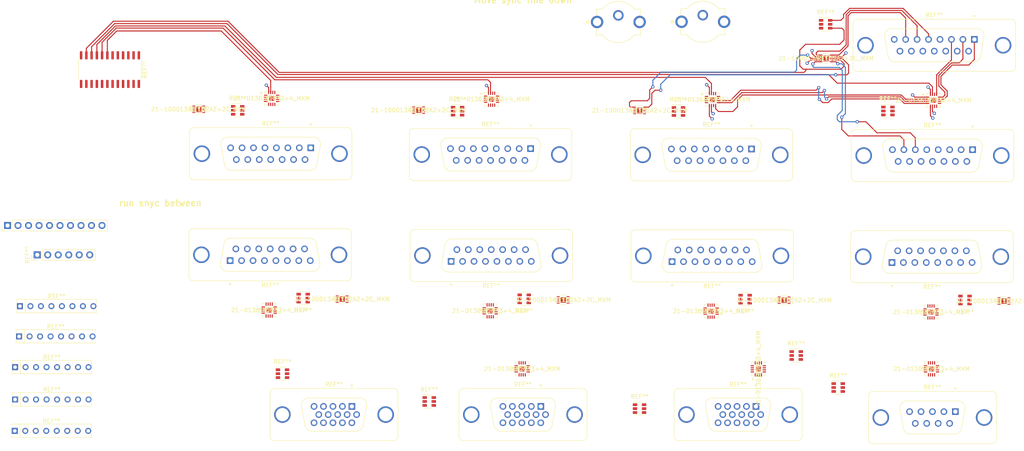
<source format=kicad_pcb>
(kicad_pcb (version 20171130) (host pcbnew "(5.1.10)-1")
  (layers (0 F.Cu signal) (1 In1.Cu power) (2 In2.Cu signal) (31 B.Cu signal) (34 B.Paste user) (35 F.Paste user) (36 B.SilkS user) (37 F.SilkS user hide) (38 B.Mask user) (39 F.Mask user) (44 Edge.Cuts user))
  (net 0 "")
  (module Package_SIP:SIP-8_19x3mm_P2.54mm (layer F.Cu) (at 19.9898 90.043)
    (fp_text reference REF** (at 8.89 -2.4) (layer F.SilkS))
    (fp_text value SIP-8_19x3mm_P2.54mm)
    (pad 8 thru_hole circle (at 17.78 0 90) (size 1.45 1.45) (drill 0.85) (layers *.Cu *.Mask))
    (pad 7 thru_hole circle (at 15.24 0 90) (size 1.45 1.45) (drill 0.85) (layers *.Cu *.Mask))
    (pad 6 thru_hole circle (at 12.7 0 90) (size 1.45 1.45) (drill 0.85) (layers *.Cu *.Mask))
    (pad 5 thru_hole circle (at 10.16 0 90) (size 1.45 1.45) (drill 0.85) (layers *.Cu *.Mask))
    (pad 4 thru_hole circle (at 7.62 0 90) (size 1.45 1.45) (drill 0.85) (layers *.Cu *.Mask))
    (pad 3 thru_hole circle (at 5.08 0 90) (size 1.45 1.45) (drill 0.85) (layers *.Cu *.Mask))
    (pad 2 thru_hole circle (at 2.54 0 90) (size 1.45 1.45) (drill 0.85) (layers *.Cu *.Mask))
    (pad 1 thru_hole rect (at 0 0 90) (size 1.45 1.45) (drill 0.85) (layers *.Cu *.Mask))
  )
  (module Connector_PinHeader_2.54mm:PinHeader_1x06_P2.54mm_Vertical (layer F.Cu) (at 24.1808 77.6224 90)
    (fp_text reference REF** (at 0 -2.33 90) (layer F.SilkS))
    (fp_text value PinHeader_1x06_P2.54mm_Vertical)
    (pad 6 thru_hole oval (at 0 12.7 90) (size 1.7 1.7) (drill 1) (layers *.Cu *.Mask))
    (pad 5 thru_hole oval (at 0 10.16 90) (size 1.7 1.7) (drill 1) (layers *.Cu *.Mask))
    (pad 4 thru_hole oval (at 0 7.62 90) (size 1.7 1.7) (drill 1) (layers *.Cu *.Mask))
    (pad 3 thru_hole oval (at 0 5.08 90) (size 1.7 1.7) (drill 1) (layers *.Cu *.Mask))
    (pad 2 thru_hole oval (at 0 2.54 90) (size 1.7 1.7) (drill 1) (layers *.Cu *.Mask))
    (pad 1 thru_hole rect (at 0 0 90) (size 1.7 1.7) (drill 1) (layers *.Cu *.Mask))
  )
  (module Package_SIP:SIP-8_19x3mm_P2.54mm (layer F.Cu) (at 19.7866 97.3582)
    (fp_text reference REF** (at 8.89 -2.4) (layer F.SilkS))
    (fp_text value SIP-8_19x3mm_P2.54mm)
    (pad 8 thru_hole circle (at 17.78 0 90) (size 1.45 1.45) (drill 0.85) (layers *.Cu *.Mask))
    (pad 7 thru_hole circle (at 15.24 0 90) (size 1.45 1.45) (drill 0.85) (layers *.Cu *.Mask))
    (pad 6 thru_hole circle (at 12.7 0 90) (size 1.45 1.45) (drill 0.85) (layers *.Cu *.Mask))
    (pad 5 thru_hole circle (at 10.16 0 90) (size 1.45 1.45) (drill 0.85) (layers *.Cu *.Mask))
    (pad 4 thru_hole circle (at 7.62 0 90) (size 1.45 1.45) (drill 0.85) (layers *.Cu *.Mask))
    (pad 3 thru_hole circle (at 5.08 0 90) (size 1.45 1.45) (drill 0.85) (layers *.Cu *.Mask))
    (pad 2 thru_hole circle (at 2.54 0 90) (size 1.45 1.45) (drill 0.85) (layers *.Cu *.Mask))
    (pad 1 thru_hole rect (at 0 0 90) (size 1.45 1.45) (drill 0.85) (layers *.Cu *.Mask))
  )
  (module Package_SIP:SIP-8_19x3mm_P2.54mm (layer F.Cu) (at 18.8214 104.8004)
    (fp_text reference REF** (at 8.89 -2.4) (layer F.SilkS))
    (fp_text value SIP-8_19x3mm_P2.54mm)
    (pad 8 thru_hole circle (at 17.78 0 90) (size 1.45 1.45) (drill 0.85) (layers *.Cu *.Mask))
    (pad 7 thru_hole circle (at 15.24 0 90) (size 1.45 1.45) (drill 0.85) (layers *.Cu *.Mask))
    (pad 6 thru_hole circle (at 12.7 0 90) (size 1.45 1.45) (drill 0.85) (layers *.Cu *.Mask))
    (pad 5 thru_hole circle (at 10.16 0 90) (size 1.45 1.45) (drill 0.85) (layers *.Cu *.Mask))
    (pad 4 thru_hole circle (at 7.62 0 90) (size 1.45 1.45) (drill 0.85) (layers *.Cu *.Mask))
    (pad 3 thru_hole circle (at 5.08 0 90) (size 1.45 1.45) (drill 0.85) (layers *.Cu *.Mask))
    (pad 2 thru_hole circle (at 2.54 0 90) (size 1.45 1.45) (drill 0.85) (layers *.Cu *.Mask))
    (pad 1 thru_hole rect (at 0 0 90) (size 1.45 1.45) (drill 0.85) (layers *.Cu *.Mask))
  )
  (module Package_SIP:SIP-8_19x3mm_P2.54mm (layer F.Cu) (at 18.8214 112.6236)
    (fp_text reference REF** (at 8.89 -2.4) (layer F.SilkS))
    (fp_text value SIP-8_19x3mm_P2.54mm)
    (pad 8 thru_hole circle (at 17.78 0 90) (size 1.45 1.45) (drill 0.85) (layers *.Cu *.Mask))
    (pad 7 thru_hole circle (at 15.24 0 90) (size 1.45 1.45) (drill 0.85) (layers *.Cu *.Mask))
    (pad 6 thru_hole circle (at 12.7 0 90) (size 1.45 1.45) (drill 0.85) (layers *.Cu *.Mask))
    (pad 5 thru_hole circle (at 10.16 0 90) (size 1.45 1.45) (drill 0.85) (layers *.Cu *.Mask))
    (pad 4 thru_hole circle (at 7.62 0 90) (size 1.45 1.45) (drill 0.85) (layers *.Cu *.Mask))
    (pad 3 thru_hole circle (at 5.08 0 90) (size 1.45 1.45) (drill 0.85) (layers *.Cu *.Mask))
    (pad 2 thru_hole circle (at 2.54 0 90) (size 1.45 1.45) (drill 0.85) (layers *.Cu *.Mask))
    (pad 1 thru_hole rect (at 0 0 90) (size 1.45 1.45) (drill 0.85) (layers *.Cu *.Mask))
  )
  (module Package_SIP:SIP-8_19x3mm_P2.54mm (layer F.Cu) (at 18.7452 120.2182)
    (fp_text reference REF** (at 8.89 -2.4) (layer F.SilkS))
    (fp_text value SIP-8_19x3mm_P2.54mm)
    (pad 8 thru_hole circle (at 17.78 0 90) (size 1.45 1.45) (drill 0.85) (layers *.Cu *.Mask))
    (pad 7 thru_hole circle (at 15.24 0 90) (size 1.45 1.45) (drill 0.85) (layers *.Cu *.Mask))
    (pad 6 thru_hole circle (at 12.7 0 90) (size 1.45 1.45) (drill 0.85) (layers *.Cu *.Mask))
    (pad 5 thru_hole circle (at 10.16 0 90) (size 1.45 1.45) (drill 0.85) (layers *.Cu *.Mask))
    (pad 4 thru_hole circle (at 7.62 0 90) (size 1.45 1.45) (drill 0.85) (layers *.Cu *.Mask))
    (pad 3 thru_hole circle (at 5.08 0 90) (size 1.45 1.45) (drill 0.85) (layers *.Cu *.Mask))
    (pad 2 thru_hole circle (at 2.54 0 90) (size 1.45 1.45) (drill 0.85) (layers *.Cu *.Mask))
    (pad 1 thru_hole rect (at 0 0 90) (size 1.45 1.45) (drill 0.85) (layers *.Cu *.Mask))
  )
  (module Connector_PinHeader_2.54mm:PinHeader_1x10_P2.54mm_Vertical (layer F.Cu) (at 16.9926 70.5104 90)
    (fp_text reference REF** (at 0 -2.33 90) (layer F.SilkS))
    (fp_text value PinHeader_1x10_P2.54mm_Vertical)
    (pad 10 thru_hole oval (at 0 22.86 90) (size 1.7 1.7) (drill 1) (layers *.Cu *.Mask))
    (pad 9 thru_hole oval (at 0 20.32 90) (size 1.7 1.7) (drill 1) (layers *.Cu *.Mask))
    (pad 8 thru_hole oval (at 0 17.78 90) (size 1.7 1.7) (drill 1) (layers *.Cu *.Mask))
    (pad 7 thru_hole oval (at 0 15.24 90) (size 1.7 1.7) (drill 1) (layers *.Cu *.Mask))
    (pad 6 thru_hole oval (at 0 12.7 90) (size 1.7 1.7) (drill 1) (layers *.Cu *.Mask))
    (pad 5 thru_hole oval (at 0 10.16 90) (size 1.7 1.7) (drill 1) (layers *.Cu *.Mask))
    (pad 4 thru_hole oval (at 0 7.62 90) (size 1.7 1.7) (drill 1) (layers *.Cu *.Mask))
    (pad 3 thru_hole oval (at 0 5.08 90) (size 1.7 1.7) (drill 1) (layers *.Cu *.Mask))
    (pad 2 thru_hole oval (at 0 2.54 90) (size 1.7 1.7) (drill 1) (layers *.Cu *.Mask))
    (pad 1 thru_hole rect (at 0 0 90) (size 1.7 1.7) (drill 1) (layers *.Cu *.Mask))
  )
  (module Package_SO:SO-24_5.3x15mm_P1.27mm (layer F.Cu) (at 41.783 32.7914 270)
    (fp_text reference REF** (at 0 -8.45 90) (layer F.SilkS))
    (fp_text value SO-24_5.3x15mm_P1.27mm)
    (pad 1 smd roundrect (at -3.4625 -6.985 270) (size 1.975 0.6) (layers F.Cu F.Paste F.Mask))
    (pad 2 smd roundrect (at -3.4625 -5.715 270) (size 1.975 0.6) (layers F.Cu F.Paste F.Mask))
    (pad 3 smd roundrect (at -3.4625 -4.445 270) (size 1.975 0.6) (layers F.Cu F.Paste F.Mask))
    (pad 4 smd roundrect (at -3.4625 -3.175 270) (size 1.975 0.6) (layers F.Cu F.Paste F.Mask))
    (pad 5 smd roundrect (at -3.4625 -1.905 270) (size 1.975 0.6) (layers F.Cu F.Paste F.Mask))
    (pad 6 smd roundrect (at -3.4625 -0.635 270) (size 1.975 0.6) (layers F.Cu F.Paste F.Mask))
    (pad 7 smd roundrect (at -3.4625 0.635 270) (size 1.975 0.6) (layers F.Cu F.Paste F.Mask))
    (pad 8 smd roundrect (at -3.4625 1.905 270) (size 1.975 0.6) (layers F.Cu F.Paste F.Mask))
    (pad 9 smd roundrect (at -3.4625 3.175 270) (size 1.975 0.6) (layers F.Cu F.Paste F.Mask))
    (pad 10 smd roundrect (at -3.4625 4.445 270) (size 1.975 0.6) (layers F.Cu F.Paste F.Mask))
    (pad 11 smd roundrect (at -3.4625 5.715 270) (size 1.975 0.6) (layers F.Cu F.Paste F.Mask))
    (pad 12 smd roundrect (at -3.4625 6.985 270) (size 1.975 0.6) (layers F.Cu F.Paste F.Mask))
    (pad 13 smd roundrect (at 3.4625 6.985 270) (size 1.975 0.6) (layers F.Cu F.Paste F.Mask))
    (pad 14 smd roundrect (at 3.4625 5.715 270) (size 1.975 0.6) (layers F.Cu F.Paste F.Mask))
    (pad 15 smd roundrect (at 3.4625 4.445 270) (size 1.975 0.6) (layers F.Cu F.Paste F.Mask))
    (pad 16 smd roundrect (at 3.4625 3.175 270) (size 1.975 0.6) (layers F.Cu F.Paste F.Mask))
    (pad 17 smd roundrect (at 3.4625 1.905 270) (size 1.975 0.6) (layers F.Cu F.Paste F.Mask))
    (pad 18 smd roundrect (at 3.4625 0.635 270) (size 1.975 0.6) (layers F.Cu F.Paste F.Mask))
    (pad 19 smd roundrect (at 3.4625 -0.635 270) (size 1.975 0.6) (layers F.Cu F.Paste F.Mask))
    (pad 20 smd roundrect (at 3.4625 -1.905 270) (size 1.975 0.6) (layers F.Cu F.Paste F.Mask))
    (pad 21 smd roundrect (at 3.4625 -3.175 270) (size 1.975 0.6) (layers F.Cu F.Paste F.Mask))
    (pad 22 smd roundrect (at 3.4625 -4.445 270) (size 1.975 0.6) (layers F.Cu F.Paste F.Mask))
    (pad 23 smd roundrect (at 3.4625 -5.715 270) (size 1.975 0.6) (layers F.Cu F.Paste F.Mask))
    (pad 24 smd roundrect (at 3.4625 -6.985 270) (size 1.975 0.6) (layers F.Cu F.Paste F.Mask))
  )
  (module Package_TO_SOT_SMD:SOT-23-6 (layer F.Cu) (at 207.8736 101.981)
    (fp_text reference REF** (at 0 -2.9) (layer F.SilkS))
    (fp_text value SOT-23-6)
    (pad 1 smd rect (at -1.1 -0.95) (size 1.06 0.65) (layers F.Cu F.Paste F.Mask))
    (pad 2 smd rect (at -1.1 0) (size 1.06 0.65) (layers F.Cu F.Paste F.Mask))
    (pad 3 smd rect (at -1.1 0.95) (size 1.06 0.65) (layers F.Cu F.Paste F.Mask))
    (pad 4 smd rect (at 1.1 0.95) (size 1.06 0.65) (layers F.Cu F.Paste F.Mask))
    (pad 6 smd rect (at 1.1 -0.95) (size 1.06 0.65) (layers F.Cu F.Paste F.Mask))
    (pad 5 smd rect (at 1.1 0) (size 1.06 0.65) (layers F.Cu F.Paste F.Mask))
  )
  (module Package_TO_SOT_SMD:SOT-23-6 (layer F.Cu) (at 83.5406 106.3752)
    (fp_text reference REF** (at 0 -2.9) (layer F.SilkS))
    (fp_text value SOT-23-6)
    (pad 5 smd rect (at 1.1 0) (size 1.06 0.65) (layers F.Cu F.Paste F.Mask))
    (pad 6 smd rect (at 1.1 -0.95) (size 1.06 0.65) (layers F.Cu F.Paste F.Mask))
    (pad 4 smd rect (at 1.1 0.95) (size 1.06 0.65) (layers F.Cu F.Paste F.Mask))
    (pad 3 smd rect (at -1.1 0.95) (size 1.06 0.65) (layers F.Cu F.Paste F.Mask))
    (pad 2 smd rect (at -1.1 0) (size 1.06 0.65) (layers F.Cu F.Paste F.Mask))
    (pad 1 smd rect (at -1.1 -0.95) (size 1.06 0.65) (layers F.Cu F.Paste F.Mask))
  )
  (module Package_TO_SOT_SMD:SOT-23-6 (layer F.Cu) (at 119.0498 113.1062)
    (fp_text reference REF** (at 0 -2.9) (layer F.SilkS))
    (fp_text value SOT-23-6)
    (pad 5 smd rect (at 1.1 0) (size 1.06 0.65) (layers F.Cu F.Paste F.Mask))
    (pad 6 smd rect (at 1.1 -0.95) (size 1.06 0.65) (layers F.Cu F.Paste F.Mask))
    (pad 4 smd rect (at 1.1 0.95) (size 1.06 0.65) (layers F.Cu F.Paste F.Mask))
    (pad 3 smd rect (at -1.1 0.95) (size 1.06 0.65) (layers F.Cu F.Paste F.Mask))
    (pad 2 smd rect (at -1.1 0) (size 1.06 0.65) (layers F.Cu F.Paste F.Mask))
    (pad 1 smd rect (at -1.1 -0.95) (size 1.06 0.65) (layers F.Cu F.Paste F.Mask))
  )
  (module Package_TO_SOT_SMD:SOT-23-6 (layer F.Cu) (at 169.9514 114.8334)
    (fp_text reference REF** (at 0 -2.9) (layer F.SilkS))
    (fp_text value SOT-23-6)
    (pad 5 smd rect (at 1.1 0) (size 1.06 0.65) (layers F.Cu F.Paste F.Mask))
    (pad 6 smd rect (at 1.1 -0.95) (size 1.06 0.65) (layers F.Cu F.Paste F.Mask))
    (pad 4 smd rect (at 1.1 0.95) (size 1.06 0.65) (layers F.Cu F.Paste F.Mask))
    (pad 3 smd rect (at -1.1 0.95) (size 1.06 0.65) (layers F.Cu F.Paste F.Mask))
    (pad 2 smd rect (at -1.1 0) (size 1.06 0.65) (layers F.Cu F.Paste F.Mask))
    (pad 1 smd rect (at -1.1 -0.95) (size 1.06 0.65) (layers F.Cu F.Paste F.Mask))
  )
  (module Package_TO_SOT_SMD:SOT-23-6 (layer F.Cu) (at 218.0336 109.728)
    (fp_text reference REF** (at 0 -2.9) (layer F.SilkS))
    (fp_text value SOT-23-6)
    (pad 5 smd rect (at 1.1 0) (size 1.06 0.65) (layers F.Cu F.Paste F.Mask))
    (pad 6 smd rect (at 1.1 -0.95) (size 1.06 0.65) (layers F.Cu F.Paste F.Mask))
    (pad 4 smd rect (at 1.1 0.95) (size 1.06 0.65) (layers F.Cu F.Paste F.Mask))
    (pad 3 smd rect (at -1.1 0.95) (size 1.06 0.65) (layers F.Cu F.Paste F.Mask))
    (pad 2 smd rect (at -1.1 0) (size 1.06 0.65) (layers F.Cu F.Paste F.Mask))
    (pad 1 smd rect (at -1.1 -0.95) (size 1.06 0.65) (layers F.Cu F.Paste F.Mask))
  )
  (module Connector_Dsub:DSUB-15-HD_Female_Vertical_P2.29x1.98mm_MountingHoles (layer F.Cu) (at 198.12 114.3)
    (fp_text reference REF** (at -4.315 -5.33) (layer F.SilkS))
    (fp_text value DSUB-15-HD_Female_Vertical_P2.29x1.98mm_MountingHoles)
    (pad 0 thru_hole circle (at 8.185 1.98) (size 4 4) (drill 3.2) (layers *.Cu *.Mask))
    (pad 0 thru_hole circle (at -16.815 1.98) (size 4 4) (drill 3.2) (layers *.Cu *.Mask))
    (pad 15 thru_hole circle (at -9.16 3.96) (size 1.6 1.6) (drill 1) (layers *.Cu *.Mask))
    (pad 14 thru_hole circle (at -6.87 3.96) (size 1.6 1.6) (drill 1) (layers *.Cu *.Mask))
    (pad 13 thru_hole circle (at -4.58 3.96) (size 1.6 1.6) (drill 1) (layers *.Cu *.Mask))
    (pad 12 thru_hole circle (at -2.29 3.96) (size 1.6 1.6) (drill 1) (layers *.Cu *.Mask))
    (pad 11 thru_hole circle (at 0 3.96) (size 1.6 1.6) (drill 1) (layers *.Cu *.Mask))
    (pad 10 thru_hole circle (at -8.015 1.98) (size 1.6 1.6) (drill 1) (layers *.Cu *.Mask))
    (pad 9 thru_hole circle (at -5.725 1.98) (size 1.6 1.6) (drill 1) (layers *.Cu *.Mask))
    (pad 8 thru_hole circle (at -3.435 1.98) (size 1.6 1.6) (drill 1) (layers *.Cu *.Mask))
    (pad 7 thru_hole circle (at -1.145 1.98) (size 1.6 1.6) (drill 1) (layers *.Cu *.Mask))
    (pad 6 thru_hole circle (at 1.145 1.98) (size 1.6 1.6) (drill 1) (layers *.Cu *.Mask))
    (pad 5 thru_hole circle (at -9.16 0) (size 1.6 1.6) (drill 1) (layers *.Cu *.Mask))
    (pad 4 thru_hole circle (at -6.87 0) (size 1.6 1.6) (drill 1) (layers *.Cu *.Mask))
    (pad 3 thru_hole circle (at -4.58 0) (size 1.6 1.6) (drill 1) (layers *.Cu *.Mask))
    (pad 2 thru_hole circle (at -2.29 0) (size 1.6 1.6) (drill 1) (layers *.Cu *.Mask))
    (pad 1 thru_hole rect (at 0 0) (size 1.6 1.6) (drill 1) (layers *.Cu *.Mask))
  )
  (module Connector_Dsub:DSUB-9_Female_Vertical_P2.77x2.84mm_MountingHoles (layer F.Cu) (at 246.38 115.57)
    (fp_text reference REF** (at -5.54 -5.89) (layer F.SilkS))
    (fp_text value DSUB-9_Female_Vertical_P2.77x2.84mm_MountingHoles)
    (pad 0 thru_hole circle (at 6.96 1.42) (size 4 4) (drill 3.2) (layers *.Cu *.Mask))
    (pad 0 thru_hole circle (at -18.04 1.42) (size 4 4) (drill 3.2) (layers *.Cu *.Mask))
    (pad 9 thru_hole circle (at -9.695 2.84) (size 1.6 1.6) (drill 1) (layers *.Cu *.Mask))
    (pad 8 thru_hole circle (at -6.925 2.84) (size 1.6 1.6) (drill 1) (layers *.Cu *.Mask))
    (pad 7 thru_hole circle (at -4.155 2.84) (size 1.6 1.6) (drill 1) (layers *.Cu *.Mask))
    (pad 6 thru_hole circle (at -1.385 2.84) (size 1.6 1.6) (drill 1) (layers *.Cu *.Mask))
    (pad 5 thru_hole circle (at -11.08 0) (size 1.6 1.6) (drill 1) (layers *.Cu *.Mask))
    (pad 4 thru_hole circle (at -8.31 0) (size 1.6 1.6) (drill 1) (layers *.Cu *.Mask))
    (pad 3 thru_hole circle (at -5.54 0) (size 1.6 1.6) (drill 1) (layers *.Cu *.Mask))
    (pad 2 thru_hole circle (at -2.77 0) (size 1.6 1.6) (drill 1) (layers *.Cu *.Mask))
    (pad 1 thru_hole rect (at 0 0) (size 1.6 1.6) (drill 1) (layers *.Cu *.Mask))
  )
  (module 2021-06-20_01-56-06:MAX4887ETE&plus_ (layer F.Cu) (at 141.5542 105.2068 180)
    (fp_text reference REF** (at 0 0) (layer F.SilkS))
    (fp_text value 21-0136_T1633+4_MXM (at 0 0) (layer F.SilkS))
    (fp_text user * (at -2.4892 -1) (layer F.SilkS))
    (fp_text user * (at -2.4892 -1) (layer F.SilkS))
    (pad 17 smd rect (at 0 0 180) (size 1.2446 1.2446) (layers F.Cu F.Paste F.Mask))
    (pad 16 smd rect (at -0.750001 -1.4478 180) (size 0.254 0.8128) (layers F.Cu F.Paste F.Mask))
    (pad 15 smd rect (at -0.25 -1.4478 180) (size 0.254 0.8128) (layers F.Cu F.Paste F.Mask))
    (pad 14 smd rect (at 0.25 -1.4478 180) (size 0.254 0.8128) (layers F.Cu F.Paste F.Mask))
    (pad 13 smd rect (at 0.750001 -1.4478 180) (size 0.254 0.8128) (layers F.Cu F.Paste F.Mask))
    (pad 12 smd rect (at 1.4478 -0.750001 270) (size 0.254 0.8128) (layers F.Cu F.Paste F.Mask))
    (pad 11 smd rect (at 1.4478 -0.25 270) (size 0.254 0.8128) (layers F.Cu F.Paste F.Mask))
    (pad 10 smd rect (at 1.4478 0.25 270) (size 0.254 0.8128) (layers F.Cu F.Paste F.Mask))
    (pad 9 smd rect (at 1.4478 0.750001 270) (size 0.254 0.8128) (layers F.Cu F.Paste F.Mask))
    (pad 8 smd rect (at 0.750001 1.4478 180) (size 0.254 0.8128) (layers F.Cu F.Paste F.Mask))
    (pad 7 smd rect (at 0.25 1.4478 180) (size 0.254 0.8128) (layers F.Cu F.Paste F.Mask))
    (pad 6 smd rect (at -0.25 1.4478 180) (size 0.254 0.8128) (layers F.Cu F.Paste F.Mask))
    (pad 5 smd rect (at -0.750001 1.4478 180) (size 0.254 0.8128) (layers F.Cu F.Paste F.Mask))
    (pad 4 smd rect (at -1.4478 0.750001 270) (size 0.254 0.8128) (layers F.Cu F.Paste F.Mask))
    (pad 3 smd rect (at -1.4478 0.25 270) (size 0.254 0.8128) (layers F.Cu F.Paste F.Mask))
    (pad 2 smd rect (at -1.4478 -0.25 270) (size 0.254 0.8128) (layers F.Cu F.Paste F.Mask))
    (pad 1 smd rect (at -1.4478 -0.750001 270) (size 0.254 0.8128) (layers F.Cu F.Paste F.Mask))
  )
  (module 2021-06-20_01-56-06:MAX4887ETE&plus_ (layer F.Cu) (at 198.7042 105.2068 90)
    (fp_text reference REF** (at 0 0 90) (layer F.SilkS))
    (fp_text value 21-0136_T1633+4_MXM (at 0 0 90) (layer F.SilkS))
    (fp_text user * (at -2.4892 -1 90) (layer F.SilkS))
    (fp_text user * (at -2.4892 -1 90) (layer F.SilkS))
    (pad 17 smd rect (at 0 0 90) (size 1.2446 1.2446) (layers F.Cu F.Paste F.Mask))
    (pad 16 smd rect (at -0.750001 -1.4478 90) (size 0.254 0.8128) (layers F.Cu F.Paste F.Mask))
    (pad 15 smd rect (at -0.25 -1.4478 90) (size 0.254 0.8128) (layers F.Cu F.Paste F.Mask))
    (pad 14 smd rect (at 0.25 -1.4478 90) (size 0.254 0.8128) (layers F.Cu F.Paste F.Mask))
    (pad 13 smd rect (at 0.750001 -1.4478 90) (size 0.254 0.8128) (layers F.Cu F.Paste F.Mask))
    (pad 12 smd rect (at 1.4478 -0.750001 180) (size 0.254 0.8128) (layers F.Cu F.Paste F.Mask))
    (pad 11 smd rect (at 1.4478 -0.25 180) (size 0.254 0.8128) (layers F.Cu F.Paste F.Mask))
    (pad 10 smd rect (at 1.4478 0.25 180) (size 0.254 0.8128) (layers F.Cu F.Paste F.Mask))
    (pad 9 smd rect (at 1.4478 0.750001 180) (size 0.254 0.8128) (layers F.Cu F.Paste F.Mask))
    (pad 8 smd rect (at 0.750001 1.4478 90) (size 0.254 0.8128) (layers F.Cu F.Paste F.Mask))
    (pad 7 smd rect (at 0.25 1.4478 90) (size 0.254 0.8128) (layers F.Cu F.Paste F.Mask))
    (pad 6 smd rect (at -0.25 1.4478 90) (size 0.254 0.8128) (layers F.Cu F.Paste F.Mask))
    (pad 5 smd rect (at -0.750001 1.4478 90) (size 0.254 0.8128) (layers F.Cu F.Paste F.Mask))
    (pad 4 smd rect (at -1.4478 0.750001 180) (size 0.254 0.8128) (layers F.Cu F.Paste F.Mask))
    (pad 3 smd rect (at -1.4478 0.25 180) (size 0.254 0.8128) (layers F.Cu F.Paste F.Mask))
    (pad 2 smd rect (at -1.4478 -0.25 180) (size 0.254 0.8128) (layers F.Cu F.Paste F.Mask))
    (pad 1 smd rect (at -1.4478 -0.750001 180) (size 0.254 0.8128) (layers F.Cu F.Paste F.Mask))
  )
  (module 2021-06-20_01-56-06:MAX4887ETE&plus_ (layer F.Cu) (at 240.6142 105.2068 180)
    (fp_text reference REF** (at 0 0) (layer F.SilkS))
    (fp_text value 21-0136_T1633+4_MXM (at 0 0) (layer F.SilkS))
    (fp_text user * (at -2.4892 -1) (layer F.SilkS))
    (fp_text user * (at -2.4892 -1) (layer F.SilkS))
    (pad 17 smd rect (at 0 0 180) (size 1.2446 1.2446) (layers F.Cu F.Paste F.Mask))
    (pad 16 smd rect (at -0.750001 -1.4478 180) (size 0.254 0.8128) (layers F.Cu F.Paste F.Mask))
    (pad 15 smd rect (at -0.25 -1.4478 180) (size 0.254 0.8128) (layers F.Cu F.Paste F.Mask))
    (pad 14 smd rect (at 0.25 -1.4478 180) (size 0.254 0.8128) (layers F.Cu F.Paste F.Mask))
    (pad 13 smd rect (at 0.750001 -1.4478 180) (size 0.254 0.8128) (layers F.Cu F.Paste F.Mask))
    (pad 12 smd rect (at 1.4478 -0.750001 270) (size 0.254 0.8128) (layers F.Cu F.Paste F.Mask))
    (pad 11 smd rect (at 1.4478 -0.25 270) (size 0.254 0.8128) (layers F.Cu F.Paste F.Mask))
    (pad 10 smd rect (at 1.4478 0.25 270) (size 0.254 0.8128) (layers F.Cu F.Paste F.Mask))
    (pad 9 smd rect (at 1.4478 0.750001 270) (size 0.254 0.8128) (layers F.Cu F.Paste F.Mask))
    (pad 8 smd rect (at 0.750001 1.4478 180) (size 0.254 0.8128) (layers F.Cu F.Paste F.Mask))
    (pad 7 smd rect (at 0.25 1.4478 180) (size 0.254 0.8128) (layers F.Cu F.Paste F.Mask))
    (pad 6 smd rect (at -0.25 1.4478 180) (size 0.254 0.8128) (layers F.Cu F.Paste F.Mask))
    (pad 5 smd rect (at -0.750001 1.4478 180) (size 0.254 0.8128) (layers F.Cu F.Paste F.Mask))
    (pad 4 smd rect (at -1.4478 0.750001 270) (size 0.254 0.8128) (layers F.Cu F.Paste F.Mask))
    (pad 3 smd rect (at -1.4478 0.25 270) (size 0.254 0.8128) (layers F.Cu F.Paste F.Mask))
    (pad 2 smd rect (at -1.4478 -0.25 270) (size 0.254 0.8128) (layers F.Cu F.Paste F.Mask))
    (pad 1 smd rect (at -1.4478 -0.750001 270) (size 0.254 0.8128) (layers F.Cu F.Paste F.Mask))
  )
  (module Connector_Dsub:DSUB-15-HD_Female_Vertical_P2.29x1.98mm_MountingHoles (layer F.Cu) (at 100.33 114.3)
    (fp_text reference REF** (at -4.315 -5.33) (layer F.SilkS))
    (fp_text value DSUB-15-HD_Female_Vertical_P2.29x1.98mm_MountingHoles)
    (pad 0 thru_hole circle (at 8.185 1.98) (size 4 4) (drill 3.2) (layers *.Cu *.Mask))
    (pad 0 thru_hole circle (at -16.815 1.98) (size 4 4) (drill 3.2) (layers *.Cu *.Mask))
    (pad 15 thru_hole circle (at -9.16 3.96) (size 1.6 1.6) (drill 1) (layers *.Cu *.Mask))
    (pad 14 thru_hole circle (at -6.87 3.96) (size 1.6 1.6) (drill 1) (layers *.Cu *.Mask))
    (pad 13 thru_hole circle (at -4.58 3.96) (size 1.6 1.6) (drill 1) (layers *.Cu *.Mask))
    (pad 12 thru_hole circle (at -2.29 3.96) (size 1.6 1.6) (drill 1) (layers *.Cu *.Mask))
    (pad 11 thru_hole circle (at 0 3.96) (size 1.6 1.6) (drill 1) (layers *.Cu *.Mask))
    (pad 10 thru_hole circle (at -8.015 1.98) (size 1.6 1.6) (drill 1) (layers *.Cu *.Mask))
    (pad 9 thru_hole circle (at -5.725 1.98) (size 1.6 1.6) (drill 1) (layers *.Cu *.Mask))
    (pad 8 thru_hole circle (at -3.435 1.98) (size 1.6 1.6) (drill 1) (layers *.Cu *.Mask))
    (pad 7 thru_hole circle (at -1.145 1.98) (size 1.6 1.6) (drill 1) (layers *.Cu *.Mask))
    (pad 6 thru_hole circle (at 1.145 1.98) (size 1.6 1.6) (drill 1) (layers *.Cu *.Mask))
    (pad 5 thru_hole circle (at -9.16 0) (size 1.6 1.6) (drill 1) (layers *.Cu *.Mask))
    (pad 4 thru_hole circle (at -6.87 0) (size 1.6 1.6) (drill 1) (layers *.Cu *.Mask))
    (pad 3 thru_hole circle (at -4.58 0) (size 1.6 1.6) (drill 1) (layers *.Cu *.Mask))
    (pad 2 thru_hole circle (at -2.29 0) (size 1.6 1.6) (drill 1) (layers *.Cu *.Mask))
    (pad 1 thru_hole rect (at 0 0) (size 1.6 1.6) (drill 1) (layers *.Cu *.Mask))
  )
  (module Connector_Dsub:DSUB-15-HD_Female_Vertical_P2.29x1.98mm_MountingHoles (layer F.Cu) (at 146.05 114.3)
    (fp_text reference REF** (at -4.315 -5.33) (layer F.SilkS))
    (fp_text value DSUB-15-HD_Female_Vertical_P2.29x1.98mm_MountingHoles)
    (pad 0 thru_hole circle (at 8.185 1.98) (size 4 4) (drill 3.2) (layers *.Cu *.Mask))
    (pad 0 thru_hole circle (at -16.815 1.98) (size 4 4) (drill 3.2) (layers *.Cu *.Mask))
    (pad 15 thru_hole circle (at -9.16 3.96) (size 1.6 1.6) (drill 1) (layers *.Cu *.Mask))
    (pad 14 thru_hole circle (at -6.87 3.96) (size 1.6 1.6) (drill 1) (layers *.Cu *.Mask))
    (pad 13 thru_hole circle (at -4.58 3.96) (size 1.6 1.6) (drill 1) (layers *.Cu *.Mask))
    (pad 12 thru_hole circle (at -2.29 3.96) (size 1.6 1.6) (drill 1) (layers *.Cu *.Mask))
    (pad 11 thru_hole circle (at 0 3.96) (size 1.6 1.6) (drill 1) (layers *.Cu *.Mask))
    (pad 10 thru_hole circle (at -8.015 1.98) (size 1.6 1.6) (drill 1) (layers *.Cu *.Mask))
    (pad 9 thru_hole circle (at -5.725 1.98) (size 1.6 1.6) (drill 1) (layers *.Cu *.Mask))
    (pad 8 thru_hole circle (at -3.435 1.98) (size 1.6 1.6) (drill 1) (layers *.Cu *.Mask))
    (pad 7 thru_hole circle (at -1.145 1.98) (size 1.6 1.6) (drill 1) (layers *.Cu *.Mask))
    (pad 6 thru_hole circle (at 1.145 1.98) (size 1.6 1.6) (drill 1) (layers *.Cu *.Mask))
    (pad 5 thru_hole circle (at -9.16 0) (size 1.6 1.6) (drill 1) (layers *.Cu *.Mask))
    (pad 4 thru_hole circle (at -6.87 0) (size 1.6 1.6) (drill 1) (layers *.Cu *.Mask))
    (pad 3 thru_hole circle (at -4.58 0) (size 1.6 1.6) (drill 1) (layers *.Cu *.Mask))
    (pad 2 thru_hole circle (at -2.29 0) (size 1.6 1.6) (drill 1) (layers *.Cu *.Mask))
    (pad 1 thru_hole rect (at 0 0) (size 1.6 1.6) (drill 1) (layers *.Cu *.Mask))
  )
  (module RCJ-024:CUI_RCJ-022 (layer F.Cu) (at 185.2676 21.2088)
    (fp_text reference REF** (at -2.205855 -6.237415) (layer F.SilkS) (effects (font (size 1.000386 1.000386) (thickness 0.015))))
    (fp_text value "CUI_RCJ-022 RED")
    (pad 1A thru_hole circle (at -5.15 0) (size 3 3) (drill 2) (layers *.Cu *.Mask))
    (pad 1B thru_hole circle (at 5.15 0) (size 3 3) (drill 2) (layers *.Cu *.Mask))
    (pad 2 thru_hole circle (at 0 -1.6) (size 2.55 2.55) (drill 1.7) (layers *.Cu *.Mask))
  )
  (module RCJ-024:CUI_RCJ-023 (layer F.Cu) (at 164.8206 21.2598)
    (fp_text reference REF** (at -2.20699 -6.24061) (layer F.SilkS) (effects (font (size 1.000898 1.000898) (thickness 0.015))))
    (fp_text value "CUI_RCJ-023 White")
    (pad 1A thru_hole circle (at -5.15 0) (size 3 3) (drill 2) (layers *.Cu *.Mask))
    (pad 1B thru_hole circle (at 5.15 0) (size 3 3) (drill 2) (layers *.Cu *.Mask))
    (pad 2 thru_hole circle (at 0 -1.6) (size 2.55 2.55) (drill 1.7) (layers *.Cu *.Mask))
  )
  (module Connector_Dsub:DSUB-15_Female_Vertical_P2.77x2.84mm_MountingHoles (layer F.Cu) (at 70.866 79.0194 180)
    (fp_text reference REF** (at -9.695 -5.89) (layer F.SilkS))
    (fp_text value DSUB-15_Female_Vertical_P2.77x2.84mm_MountingHoles)
    (pad 1 thru_hole rect (at 0 0 180) (size 1.6 1.6) (drill 1) (layers *.Cu *.Mask))
    (pad 2 thru_hole circle (at -2.77 0 180) (size 1.6 1.6) (drill 1) (layers *.Cu *.Mask))
    (pad 3 thru_hole circle (at -5.54 0 180) (size 1.6 1.6) (drill 1) (layers *.Cu *.Mask))
    (pad 4 thru_hole circle (at -8.31 0 180) (size 1.6 1.6) (drill 1) (layers *.Cu *.Mask))
    (pad 5 thru_hole circle (at -11.08 0 180) (size 1.6 1.6) (drill 1) (layers *.Cu *.Mask))
    (pad 6 thru_hole circle (at -13.85 0 180) (size 1.6 1.6) (drill 1) (layers *.Cu *.Mask))
    (pad 7 thru_hole circle (at -16.62 0 180) (size 1.6 1.6) (drill 1) (layers *.Cu *.Mask))
    (pad 8 thru_hole circle (at -19.39 0 180) (size 1.6 1.6) (drill 1) (layers *.Cu *.Mask))
    (pad 9 thru_hole circle (at -1.385 2.84 180) (size 1.6 1.6) (drill 1) (layers *.Cu *.Mask))
    (pad 10 thru_hole circle (at -4.155 2.84 180) (size 1.6 1.6) (drill 1) (layers *.Cu *.Mask))
    (pad 11 thru_hole circle (at -6.925 2.84 180) (size 1.6 1.6) (drill 1) (layers *.Cu *.Mask))
    (pad 12 thru_hole circle (at -9.695 2.84 180) (size 1.6 1.6) (drill 1) (layers *.Cu *.Mask))
    (pad 13 thru_hole circle (at -12.465 2.84 180) (size 1.6 1.6) (drill 1) (layers *.Cu *.Mask))
    (pad 14 thru_hole circle (at -15.235 2.84 180) (size 1.6 1.6) (drill 1) (layers *.Cu *.Mask))
    (pad 15 thru_hole circle (at -18.005 2.84 180) (size 1.6 1.6) (drill 1) (layers *.Cu *.Mask))
    (pad 0 thru_hole circle (at -26.345 1.42 180) (size 4 4) (drill 3.2) (layers *.Cu *.Mask))
    (pad 0 thru_hole circle (at 6.955 1.42 180) (size 4 4) (drill 3.2) (layers *.Cu *.Mask))
  )
  (module Package_TO_SOT_SMD:SOT-23-6 (layer F.Cu) (at 248.7168 88.5444 180)
    (fp_text reference REF** (at 0 -2.9) (layer F.SilkS))
    (fp_text value SOT-23-6)
    (pad 5 smd rect (at 1.1 0 180) (size 1.06 0.65) (layers F.Cu F.Paste F.Mask))
    (pad 6 smd rect (at 1.1 -0.95 180) (size 1.06 0.65) (layers F.Cu F.Paste F.Mask))
    (pad 4 smd rect (at 1.1 0.95 180) (size 1.06 0.65) (layers F.Cu F.Paste F.Mask))
    (pad 3 smd rect (at -1.1 0.95 180) (size 1.06 0.65) (layers F.Cu F.Paste F.Mask))
    (pad 2 smd rect (at -1.1 0 180) (size 1.06 0.65) (layers F.Cu F.Paste F.Mask))
    (pad 1 smd rect (at -1.1 -0.95 180) (size 1.06 0.65) (layers F.Cu F.Paste F.Mask))
  )
  (module 2021-06-20_01-56-06:MAX4887ETE&plus_ (layer F.Cu) (at 80.3148 90.9828 180)
    (fp_text reference REF** (at 0 0) (layer F.SilkS))
    (fp_text value 21-0136_T1633+4_MXM (at 0 0) (layer F.SilkS))
    (fp_text user * (at -2.4892 -1) (layer F.SilkS))
    (fp_text user * (at -2.4892 -1) (layer F.SilkS))
    (pad 17 smd rect (at 0 0 180) (size 1.2446 1.2446) (layers F.Cu F.Paste F.Mask))
    (pad 16 smd rect (at -0.750001 -1.4478 180) (size 0.254 0.8128) (layers F.Cu F.Paste F.Mask))
    (pad 15 smd rect (at -0.25 -1.4478 180) (size 0.254 0.8128) (layers F.Cu F.Paste F.Mask))
    (pad 14 smd rect (at 0.25 -1.4478 180) (size 0.254 0.8128) (layers F.Cu F.Paste F.Mask))
    (pad 13 smd rect (at 0.750001 -1.4478 180) (size 0.254 0.8128) (layers F.Cu F.Paste F.Mask))
    (pad 12 smd rect (at 1.4478 -0.750001 270) (size 0.254 0.8128) (layers F.Cu F.Paste F.Mask))
    (pad 11 smd rect (at 1.4478 -0.25 270) (size 0.254 0.8128) (layers F.Cu F.Paste F.Mask))
    (pad 10 smd rect (at 1.4478 0.25 270) (size 0.254 0.8128) (layers F.Cu F.Paste F.Mask))
    (pad 9 smd rect (at 1.4478 0.750001 270) (size 0.254 0.8128) (layers F.Cu F.Paste F.Mask))
    (pad 8 smd rect (at 0.750001 1.4478 180) (size 0.254 0.8128) (layers F.Cu F.Paste F.Mask))
    (pad 7 smd rect (at 0.25 1.4478 180) (size 0.254 0.8128) (layers F.Cu F.Paste F.Mask))
    (pad 6 smd rect (at -0.25 1.4478 180) (size 0.254 0.8128) (layers F.Cu F.Paste F.Mask))
    (pad 5 smd rect (at -0.750001 1.4478 180) (size 0.254 0.8128) (layers F.Cu F.Paste F.Mask))
    (pad 4 smd rect (at -1.4478 0.750001 270) (size 0.254 0.8128) (layers F.Cu F.Paste F.Mask))
    (pad 3 smd rect (at -1.4478 0.25 270) (size 0.254 0.8128) (layers F.Cu F.Paste F.Mask))
    (pad 2 smd rect (at -1.4478 -0.25 270) (size 0.254 0.8128) (layers F.Cu F.Paste F.Mask))
    (pad 1 smd rect (at -1.4478 -0.750001 270) (size 0.254 0.8128) (layers F.Cu F.Paste F.Mask))
  )
  (module Connector_Dsub:DSUB-15_Female_Vertical_P2.77x2.84mm_MountingHoles (layer F.Cu) (at 177.8254 79.2734 180)
    (fp_text reference REF** (at -9.695 -5.89) (layer F.SilkS))
    (fp_text value DSUB-15_Female_Vertical_P2.77x2.84mm_MountingHoles)
    (pad 0 thru_hole circle (at 6.955 1.42 180) (size 4 4) (drill 3.2) (layers *.Cu *.Mask))
    (pad 0 thru_hole circle (at -26.345 1.42 180) (size 4 4) (drill 3.2) (layers *.Cu *.Mask))
    (pad 15 thru_hole circle (at -18.005 2.84 180) (size 1.6 1.6) (drill 1) (layers *.Cu *.Mask))
    (pad 14 thru_hole circle (at -15.235 2.84 180) (size 1.6 1.6) (drill 1) (layers *.Cu *.Mask))
    (pad 13 thru_hole circle (at -12.465 2.84 180) (size 1.6 1.6) (drill 1) (layers *.Cu *.Mask))
    (pad 12 thru_hole circle (at -9.695 2.84 180) (size 1.6 1.6) (drill 1) (layers *.Cu *.Mask))
    (pad 11 thru_hole circle (at -6.925 2.84 180) (size 1.6 1.6) (drill 1) (layers *.Cu *.Mask))
    (pad 10 thru_hole circle (at -4.155 2.84 180) (size 1.6 1.6) (drill 1) (layers *.Cu *.Mask))
    (pad 9 thru_hole circle (at -1.385 2.84 180) (size 1.6 1.6) (drill 1) (layers *.Cu *.Mask))
    (pad 8 thru_hole circle (at -19.39 0 180) (size 1.6 1.6) (drill 1) (layers *.Cu *.Mask))
    (pad 7 thru_hole circle (at -16.62 0 180) (size 1.6 1.6) (drill 1) (layers *.Cu *.Mask))
    (pad 6 thru_hole circle (at -13.85 0 180) (size 1.6 1.6) (drill 1) (layers *.Cu *.Mask))
    (pad 5 thru_hole circle (at -11.08 0 180) (size 1.6 1.6) (drill 1) (layers *.Cu *.Mask))
    (pad 4 thru_hole circle (at -8.31 0 180) (size 1.6 1.6) (drill 1) (layers *.Cu *.Mask))
    (pad 3 thru_hole circle (at -5.54 0 180) (size 1.6 1.6) (drill 1) (layers *.Cu *.Mask))
    (pad 2 thru_hole circle (at -2.77 0 180) (size 1.6 1.6) (drill 1) (layers *.Cu *.Mask))
    (pad 1 thru_hole rect (at 0 0 180) (size 1.6 1.6) (drill 1) (layers *.Cu *.Mask))
  )
  (module 2021-06-20_01-56-06:MAX4887ETE&plus_ (layer F.Cu) (at 187.2742 91.2368 180)
    (fp_text reference REF** (at 0 0) (layer F.SilkS))
    (fp_text value 21-0136_T1633+4_MXM (at 0 0) (layer F.SilkS))
    (fp_text user * (at -2.4892 -1) (layer F.SilkS))
    (fp_text user * (at -2.4892 -1) (layer F.SilkS))
    (pad 1 smd rect (at -1.4478 -0.750001 270) (size 0.254 0.8128) (layers F.Cu F.Paste F.Mask))
    (pad 2 smd rect (at -1.4478 -0.25 270) (size 0.254 0.8128) (layers F.Cu F.Paste F.Mask))
    (pad 3 smd rect (at -1.4478 0.25 270) (size 0.254 0.8128) (layers F.Cu F.Paste F.Mask))
    (pad 4 smd rect (at -1.4478 0.750001 270) (size 0.254 0.8128) (layers F.Cu F.Paste F.Mask))
    (pad 5 smd rect (at -0.750001 1.4478 180) (size 0.254 0.8128) (layers F.Cu F.Paste F.Mask))
    (pad 6 smd rect (at -0.25 1.4478 180) (size 0.254 0.8128) (layers F.Cu F.Paste F.Mask))
    (pad 7 smd rect (at 0.25 1.4478 180) (size 0.254 0.8128) (layers F.Cu F.Paste F.Mask))
    (pad 8 smd rect (at 0.750001 1.4478 180) (size 0.254 0.8128) (layers F.Cu F.Paste F.Mask))
    (pad 9 smd rect (at 1.4478 0.750001 270) (size 0.254 0.8128) (layers F.Cu F.Paste F.Mask))
    (pad 10 smd rect (at 1.4478 0.25 270) (size 0.254 0.8128) (layers F.Cu F.Paste F.Mask))
    (pad 11 smd rect (at 1.4478 -0.25 270) (size 0.254 0.8128) (layers F.Cu F.Paste F.Mask))
    (pad 12 smd rect (at 1.4478 -0.750001 270) (size 0.254 0.8128) (layers F.Cu F.Paste F.Mask))
    (pad 13 smd rect (at 0.750001 -1.4478 180) (size 0.254 0.8128) (layers F.Cu F.Paste F.Mask))
    (pad 14 smd rect (at 0.25 -1.4478 180) (size 0.254 0.8128) (layers F.Cu F.Paste F.Mask))
    (pad 15 smd rect (at -0.25 -1.4478 180) (size 0.254 0.8128) (layers F.Cu F.Paste F.Mask))
    (pad 16 smd rect (at -0.750001 -1.4478 180) (size 0.254 0.8128) (layers F.Cu F.Paste F.Mask))
    (pad 17 smd rect (at 0 0 180) (size 1.2446 1.2446) (layers F.Cu F.Paste F.Mask))
  )
  (module Package_TO_SOT_SMD:SOT-23-6 (layer F.Cu) (at 195.5038 88.3412 180)
    (fp_text reference REF** (at 0 -2.9) (layer F.SilkS))
    (fp_text value SOT-23-6)
    (pad 5 smd rect (at 1.1 0 180) (size 1.06 0.65) (layers F.Cu F.Paste F.Mask))
    (pad 6 smd rect (at 1.1 -0.95 180) (size 1.06 0.65) (layers F.Cu F.Paste F.Mask))
    (pad 4 smd rect (at 1.1 0.95 180) (size 1.06 0.65) (layers F.Cu F.Paste F.Mask))
    (pad 3 smd rect (at -1.1 0.95 180) (size 1.06 0.65) (layers F.Cu F.Paste F.Mask))
    (pad 2 smd rect (at -1.1 0 180) (size 1.06 0.65) (layers F.Cu F.Paste F.Mask))
    (pad 1 smd rect (at -1.1 -0.95 180) (size 1.06 0.65) (layers F.Cu F.Paste F.Mask))
  )
  (module 2021-06-20_01-56-06:MAX4887ETE&plus_ (layer F.Cu) (at 240.4872 91.44 180)
    (fp_text reference REF** (at 0 0) (layer F.SilkS))
    (fp_text value 21-0136_T1633+4_MXM (at 0 0) (layer F.SilkS))
    (fp_text user * (at -2.4892 -1) (layer F.SilkS))
    (fp_text user * (at -2.4892 -1) (layer F.SilkS))
    (pad 1 smd rect (at -1.4478 -0.750001 270) (size 0.254 0.8128) (layers F.Cu F.Paste F.Mask))
    (pad 2 smd rect (at -1.4478 -0.25 270) (size 0.254 0.8128) (layers F.Cu F.Paste F.Mask))
    (pad 3 smd rect (at -1.4478 0.25 270) (size 0.254 0.8128) (layers F.Cu F.Paste F.Mask))
    (pad 4 smd rect (at -1.4478 0.750001 270) (size 0.254 0.8128) (layers F.Cu F.Paste F.Mask))
    (pad 5 smd rect (at -0.750001 1.4478 180) (size 0.254 0.8128) (layers F.Cu F.Paste F.Mask))
    (pad 6 smd rect (at -0.25 1.4478 180) (size 0.254 0.8128) (layers F.Cu F.Paste F.Mask))
    (pad 7 smd rect (at 0.25 1.4478 180) (size 0.254 0.8128) (layers F.Cu F.Paste F.Mask))
    (pad 8 smd rect (at 0.750001 1.4478 180) (size 0.254 0.8128) (layers F.Cu F.Paste F.Mask))
    (pad 9 smd rect (at 1.4478 0.750001 270) (size 0.254 0.8128) (layers F.Cu F.Paste F.Mask))
    (pad 10 smd rect (at 1.4478 0.25 270) (size 0.254 0.8128) (layers F.Cu F.Paste F.Mask))
    (pad 11 smd rect (at 1.4478 -0.25 270) (size 0.254 0.8128) (layers F.Cu F.Paste F.Mask))
    (pad 12 smd rect (at 1.4478 -0.750001 270) (size 0.254 0.8128) (layers F.Cu F.Paste F.Mask))
    (pad 13 smd rect (at 0.750001 -1.4478 180) (size 0.254 0.8128) (layers F.Cu F.Paste F.Mask))
    (pad 14 smd rect (at 0.25 -1.4478 180) (size 0.254 0.8128) (layers F.Cu F.Paste F.Mask))
    (pad 15 smd rect (at -0.25 -1.4478 180) (size 0.254 0.8128) (layers F.Cu F.Paste F.Mask))
    (pad 16 smd rect (at -0.750001 -1.4478 180) (size 0.254 0.8128) (layers F.Cu F.Paste F.Mask))
    (pad 17 smd rect (at 0 0 180) (size 1.2446 1.2446) (layers F.Cu F.Paste F.Mask))
  )
  (module MAX14689AETB+T-pcb-part-libraries:MAX14689AETB&plus_T (layer F.Cu) (at 204.9272 88.5952 180)
    (fp_text reference REF** (at 0 0) (layer F.SilkS))
    (fp_text value 21-100013A_T102A2+2C_MXM (at 0 0) (layer F.SilkS))
    (fp_text user * (at 0 0) (layer F.SilkS))
    (pad 1 smd rect (at -1.1938 -0.800001 180) (size 0.7112 0.2032) (layers F.Cu F.Paste F.Mask))
    (pad 2 smd rect (at -1.1938 -0.399999 180) (size 0.7112 0.2032) (layers F.Cu F.Paste F.Mask))
    (pad 3 smd rect (at -1.1938 0 180) (size 0.7112 0.2032) (layers F.Cu F.Paste F.Mask))
    (pad 4 smd rect (at -1.1938 0.399999 180) (size 0.7112 0.2032) (layers F.Cu F.Paste F.Mask))
    (pad 5 smd rect (at -1.1938 0.800001 180) (size 0.7112 0.2032) (layers F.Cu F.Paste F.Mask))
    (pad 6 smd rect (at 1.1938 0.800001 180) (size 0.7112 0.2032) (layers F.Cu F.Paste F.Mask))
    (pad 7 smd rect (at 1.1938 0.399999 180) (size 0.7112 0.2032) (layers F.Cu F.Paste F.Mask))
    (pad 8 smd rect (at 1.1938 0 180) (size 0.7112 0.2032) (layers F.Cu F.Paste F.Mask))
    (pad 9 smd rect (at 1.1938 -0.399999 180) (size 0.7112 0.2032) (layers F.Cu F.Paste F.Mask))
    (pad 10 smd rect (at 1.1938 -0.800001 180) (size 0.7112 0.2032) (layers F.Cu F.Paste F.Mask))
    (pad 11 smd rect (at 0 0 180) (size 1.2954 1.397) (layers F.Cu F.Paste F.Mask))
  )
  (module Connector_Dsub:DSUB-15_Female_Vertical_P2.77x2.84mm_MountingHoles (layer F.Cu) (at 231.0384 79.4766 180)
    (fp_text reference REF** (at -9.695 -5.89) (layer F.SilkS))
    (fp_text value DSUB-15_Female_Vertical_P2.77x2.84mm_MountingHoles)
    (pad 0 thru_hole circle (at 6.955 1.42 180) (size 4 4) (drill 3.2) (layers *.Cu *.Mask))
    (pad 0 thru_hole circle (at -26.345 1.42 180) (size 4 4) (drill 3.2) (layers *.Cu *.Mask))
    (pad 15 thru_hole circle (at -18.005 2.84 180) (size 1.6 1.6) (drill 1) (layers *.Cu *.Mask))
    (pad 14 thru_hole circle (at -15.235 2.84 180) (size 1.6 1.6) (drill 1) (layers *.Cu *.Mask))
    (pad 13 thru_hole circle (at -12.465 2.84 180) (size 1.6 1.6) (drill 1) (layers *.Cu *.Mask))
    (pad 12 thru_hole circle (at -9.695 2.84 180) (size 1.6 1.6) (drill 1) (layers *.Cu *.Mask))
    (pad 11 thru_hole circle (at -6.925 2.84 180) (size 1.6 1.6) (drill 1) (layers *.Cu *.Mask))
    (pad 10 thru_hole circle (at -4.155 2.84 180) (size 1.6 1.6) (drill 1) (layers *.Cu *.Mask))
    (pad 9 thru_hole circle (at -1.385 2.84 180) (size 1.6 1.6) (drill 1) (layers *.Cu *.Mask))
    (pad 8 thru_hole circle (at -19.39 0 180) (size 1.6 1.6) (drill 1) (layers *.Cu *.Mask))
    (pad 7 thru_hole circle (at -16.62 0 180) (size 1.6 1.6) (drill 1) (layers *.Cu *.Mask))
    (pad 6 thru_hole circle (at -13.85 0 180) (size 1.6 1.6) (drill 1) (layers *.Cu *.Mask))
    (pad 5 thru_hole circle (at -11.08 0 180) (size 1.6 1.6) (drill 1) (layers *.Cu *.Mask))
    (pad 4 thru_hole circle (at -8.31 0 180) (size 1.6 1.6) (drill 1) (layers *.Cu *.Mask))
    (pad 3 thru_hole circle (at -5.54 0 180) (size 1.6 1.6) (drill 1) (layers *.Cu *.Mask))
    (pad 2 thru_hole circle (at -2.77 0 180) (size 1.6 1.6) (drill 1) (layers *.Cu *.Mask))
    (pad 1 thru_hole rect (at 0 0 180) (size 1.6 1.6) (drill 1) (layers *.Cu *.Mask))
  )
  (module MAX14689AETB+T-pcb-part-libraries:MAX14689AETB&plus_T (layer F.Cu) (at 258.1402 88.7984 180)
    (fp_text reference REF** (at 0 0) (layer F.SilkS))
    (fp_text value 21-100013A_T102A2+2C_MXM (at 0 0) (layer F.SilkS))
    (fp_text user * (at 0 0) (layer F.SilkS))
    (pad 1 smd rect (at -1.1938 -0.800001 180) (size 0.7112 0.2032) (layers F.Cu F.Paste F.Mask))
    (pad 2 smd rect (at -1.1938 -0.399999 180) (size 0.7112 0.2032) (layers F.Cu F.Paste F.Mask))
    (pad 3 smd rect (at -1.1938 0 180) (size 0.7112 0.2032) (layers F.Cu F.Paste F.Mask))
    (pad 4 smd rect (at -1.1938 0.399999 180) (size 0.7112 0.2032) (layers F.Cu F.Paste F.Mask))
    (pad 5 smd rect (at -1.1938 0.800001 180) (size 0.7112 0.2032) (layers F.Cu F.Paste F.Mask))
    (pad 6 smd rect (at 1.1938 0.800001 180) (size 0.7112 0.2032) (layers F.Cu F.Paste F.Mask))
    (pad 7 smd rect (at 1.1938 0.399999 180) (size 0.7112 0.2032) (layers F.Cu F.Paste F.Mask))
    (pad 8 smd rect (at 1.1938 0 180) (size 0.7112 0.2032) (layers F.Cu F.Paste F.Mask))
    (pad 9 smd rect (at 1.1938 -0.399999 180) (size 0.7112 0.2032) (layers F.Cu F.Paste F.Mask))
    (pad 10 smd rect (at 1.1938 -0.800001 180) (size 0.7112 0.2032) (layers F.Cu F.Paste F.Mask))
    (pad 11 smd rect (at 0 0 180) (size 1.2954 1.397) (layers F.Cu F.Paste F.Mask))
  )
  (module MAX14689AETB+T-pcb-part-libraries:MAX14689AETB&plus_T (layer F.Cu) (at 97.9678 88.3412 180)
    (fp_text reference REF** (at 0 0) (layer F.SilkS))
    (fp_text value 21-100013A_T102A2+2C_MXM (at 0 0) (layer F.SilkS))
    (fp_text user * (at 0 0) (layer F.SilkS))
    (pad 11 smd rect (at 0 0 180) (size 1.2954 1.397) (layers F.Cu F.Paste F.Mask))
    (pad 10 smd rect (at 1.1938 -0.800001 180) (size 0.7112 0.2032) (layers F.Cu F.Paste F.Mask))
    (pad 9 smd rect (at 1.1938 -0.399999 180) (size 0.7112 0.2032) (layers F.Cu F.Paste F.Mask))
    (pad 8 smd rect (at 1.1938 0 180) (size 0.7112 0.2032) (layers F.Cu F.Paste F.Mask))
    (pad 7 smd rect (at 1.1938 0.399999 180) (size 0.7112 0.2032) (layers F.Cu F.Paste F.Mask))
    (pad 6 smd rect (at 1.1938 0.800001 180) (size 0.7112 0.2032) (layers F.Cu F.Paste F.Mask))
    (pad 5 smd rect (at -1.1938 0.800001 180) (size 0.7112 0.2032) (layers F.Cu F.Paste F.Mask))
    (pad 4 smd rect (at -1.1938 0.399999 180) (size 0.7112 0.2032) (layers F.Cu F.Paste F.Mask))
    (pad 3 smd rect (at -1.1938 0 180) (size 0.7112 0.2032) (layers F.Cu F.Paste F.Mask))
    (pad 2 smd rect (at -1.1938 -0.399999 180) (size 0.7112 0.2032) (layers F.Cu F.Paste F.Mask))
    (pad 1 smd rect (at -1.1938 -0.800001 180) (size 0.7112 0.2032) (layers F.Cu F.Paste F.Mask))
  )
  (module Package_TO_SOT_SMD:SOT-23-6 (layer F.Cu) (at 88.5444 88.0872 180)
    (fp_text reference REF** (at 0 -2.9) (layer F.SilkS))
    (fp_text value SOT-23-6)
    (pad 1 smd rect (at -1.1 -0.95 180) (size 1.06 0.65) (layers F.Cu F.Paste F.Mask))
    (pad 2 smd rect (at -1.1 0 180) (size 1.06 0.65) (layers F.Cu F.Paste F.Mask))
    (pad 3 smd rect (at -1.1 0.95 180) (size 1.06 0.65) (layers F.Cu F.Paste F.Mask))
    (pad 4 smd rect (at 1.1 0.95 180) (size 1.06 0.65) (layers F.Cu F.Paste F.Mask))
    (pad 6 smd rect (at 1.1 -0.95 180) (size 1.06 0.65) (layers F.Cu F.Paste F.Mask))
    (pad 5 smd rect (at 1.1 0 180) (size 1.06 0.65) (layers F.Cu F.Paste F.Mask))
  )
  (module Connector_Dsub:DSUB-15_Female_Vertical_P2.77x2.84mm_MountingHoles (layer F.Cu) (at 124.3584 79.1972 180)
    (fp_text reference REF** (at -9.695 -5.89) (layer F.SilkS))
    (fp_text value DSUB-15_Female_Vertical_P2.77x2.84mm_MountingHoles)
    (pad 0 thru_hole circle (at 6.955 1.42 180) (size 4 4) (drill 3.2) (layers *.Cu *.Mask))
    (pad 0 thru_hole circle (at -26.345 1.42 180) (size 4 4) (drill 3.2) (layers *.Cu *.Mask))
    (pad 15 thru_hole circle (at -18.005 2.84 180) (size 1.6 1.6) (drill 1) (layers *.Cu *.Mask))
    (pad 14 thru_hole circle (at -15.235 2.84 180) (size 1.6 1.6) (drill 1) (layers *.Cu *.Mask))
    (pad 13 thru_hole circle (at -12.465 2.84 180) (size 1.6 1.6) (drill 1) (layers *.Cu *.Mask))
    (pad 12 thru_hole circle (at -9.695 2.84 180) (size 1.6 1.6) (drill 1) (layers *.Cu *.Mask))
    (pad 11 thru_hole circle (at -6.925 2.84 180) (size 1.6 1.6) (drill 1) (layers *.Cu *.Mask))
    (pad 10 thru_hole circle (at -4.155 2.84 180) (size 1.6 1.6) (drill 1) (layers *.Cu *.Mask))
    (pad 9 thru_hole circle (at -1.385 2.84 180) (size 1.6 1.6) (drill 1) (layers *.Cu *.Mask))
    (pad 8 thru_hole circle (at -19.39 0 180) (size 1.6 1.6) (drill 1) (layers *.Cu *.Mask))
    (pad 7 thru_hole circle (at -16.62 0 180) (size 1.6 1.6) (drill 1) (layers *.Cu *.Mask))
    (pad 6 thru_hole circle (at -13.85 0 180) (size 1.6 1.6) (drill 1) (layers *.Cu *.Mask))
    (pad 5 thru_hole circle (at -11.08 0 180) (size 1.6 1.6) (drill 1) (layers *.Cu *.Mask))
    (pad 4 thru_hole circle (at -8.31 0 180) (size 1.6 1.6) (drill 1) (layers *.Cu *.Mask))
    (pad 3 thru_hole circle (at -5.54 0 180) (size 1.6 1.6) (drill 1) (layers *.Cu *.Mask))
    (pad 2 thru_hole circle (at -2.77 0 180) (size 1.6 1.6) (drill 1) (layers *.Cu *.Mask))
    (pad 1 thru_hole rect (at 0 0 180) (size 1.6 1.6) (drill 1) (layers *.Cu *.Mask))
  )
  (module 2021-06-20_01-56-06:MAX4887ETE&plus_ (layer F.Cu) (at 133.8072 91.1606 180)
    (fp_text reference REF** (at 0 0) (layer F.SilkS))
    (fp_text value 21-0136_T1633+4_MXM (at 0 0) (layer F.SilkS))
    (fp_text user * (at -2.4892 -1) (layer F.SilkS))
    (fp_text user * (at -2.4892 -1) (layer F.SilkS))
    (pad 1 smd rect (at -1.4478 -0.750001 270) (size 0.254 0.8128) (layers F.Cu F.Paste F.Mask))
    (pad 2 smd rect (at -1.4478 -0.25 270) (size 0.254 0.8128) (layers F.Cu F.Paste F.Mask))
    (pad 3 smd rect (at -1.4478 0.25 270) (size 0.254 0.8128) (layers F.Cu F.Paste F.Mask))
    (pad 4 smd rect (at -1.4478 0.750001 270) (size 0.254 0.8128) (layers F.Cu F.Paste F.Mask))
    (pad 5 smd rect (at -0.750001 1.4478 180) (size 0.254 0.8128) (layers F.Cu F.Paste F.Mask))
    (pad 6 smd rect (at -0.25 1.4478 180) (size 0.254 0.8128) (layers F.Cu F.Paste F.Mask))
    (pad 7 smd rect (at 0.25 1.4478 180) (size 0.254 0.8128) (layers F.Cu F.Paste F.Mask))
    (pad 8 smd rect (at 0.750001 1.4478 180) (size 0.254 0.8128) (layers F.Cu F.Paste F.Mask))
    (pad 9 smd rect (at 1.4478 0.750001 270) (size 0.254 0.8128) (layers F.Cu F.Paste F.Mask))
    (pad 10 smd rect (at 1.4478 0.25 270) (size 0.254 0.8128) (layers F.Cu F.Paste F.Mask))
    (pad 11 smd rect (at 1.4478 -0.25 270) (size 0.254 0.8128) (layers F.Cu F.Paste F.Mask))
    (pad 12 smd rect (at 1.4478 -0.750001 270) (size 0.254 0.8128) (layers F.Cu F.Paste F.Mask))
    (pad 13 smd rect (at 0.750001 -1.4478 180) (size 0.254 0.8128) (layers F.Cu F.Paste F.Mask))
    (pad 14 smd rect (at 0.25 -1.4478 180) (size 0.254 0.8128) (layers F.Cu F.Paste F.Mask))
    (pad 15 smd rect (at -0.25 -1.4478 180) (size 0.254 0.8128) (layers F.Cu F.Paste F.Mask))
    (pad 16 smd rect (at -0.750001 -1.4478 180) (size 0.254 0.8128) (layers F.Cu F.Paste F.Mask))
    (pad 17 smd rect (at 0 0 180) (size 1.2446 1.2446) (layers F.Cu F.Paste F.Mask))
  )
  (module MAX14689AETB+T-pcb-part-libraries:MAX14689AETB&plus_T (layer F.Cu) (at 151.4602 88.519 180)
    (fp_text reference REF** (at 0 0) (layer F.SilkS))
    (fp_text value 21-100013A_T102A2+2C_MXM (at 0 0) (layer F.SilkS))
    (fp_text user * (at 0 0) (layer F.SilkS))
    (pad 1 smd rect (at -1.1938 -0.800001 180) (size 0.7112 0.2032) (layers F.Cu F.Paste F.Mask))
    (pad 2 smd rect (at -1.1938 -0.399999 180) (size 0.7112 0.2032) (layers F.Cu F.Paste F.Mask))
    (pad 3 smd rect (at -1.1938 0 180) (size 0.7112 0.2032) (layers F.Cu F.Paste F.Mask))
    (pad 4 smd rect (at -1.1938 0.399999 180) (size 0.7112 0.2032) (layers F.Cu F.Paste F.Mask))
    (pad 5 smd rect (at -1.1938 0.800001 180) (size 0.7112 0.2032) (layers F.Cu F.Paste F.Mask))
    (pad 6 smd rect (at 1.1938 0.800001 180) (size 0.7112 0.2032) (layers F.Cu F.Paste F.Mask))
    (pad 7 smd rect (at 1.1938 0.399999 180) (size 0.7112 0.2032) (layers F.Cu F.Paste F.Mask))
    (pad 8 smd rect (at 1.1938 0 180) (size 0.7112 0.2032) (layers F.Cu F.Paste F.Mask))
    (pad 9 smd rect (at 1.1938 -0.399999 180) (size 0.7112 0.2032) (layers F.Cu F.Paste F.Mask))
    (pad 10 smd rect (at 1.1938 -0.800001 180) (size 0.7112 0.2032) (layers F.Cu F.Paste F.Mask))
    (pad 11 smd rect (at 0 0 180) (size 1.2954 1.397) (layers F.Cu F.Paste F.Mask))
  )
  (module Package_TO_SOT_SMD:SOT-23-6 (layer F.Cu) (at 142.0368 88.265 180)
    (fp_text reference REF** (at 0 -2.9) (layer F.SilkS))
    (fp_text value SOT-23-6)
    (pad 5 smd rect (at 1.1 0 180) (size 1.06 0.65) (layers F.Cu F.Paste F.Mask))
    (pad 6 smd rect (at 1.1 -0.95 180) (size 1.06 0.65) (layers F.Cu F.Paste F.Mask))
    (pad 4 smd rect (at 1.1 0.95 180) (size 1.06 0.65) (layers F.Cu F.Paste F.Mask))
    (pad 3 smd rect (at -1.1 0.95 180) (size 1.06 0.65) (layers F.Cu F.Paste F.Mask))
    (pad 2 smd rect (at -1.1 0 180) (size 1.06 0.65) (layers F.Cu F.Paste F.Mask))
    (pad 1 smd rect (at -1.1 -0.95 180) (size 1.06 0.65) (layers F.Cu F.Paste F.Mask))
  )
  (module Connector_Dsub:DSUB-15_Female_Vertical_P2.77x2.84mm_MountingHoles (layer F.Cu) (at 90.3732 51.7144)
    (fp_text reference REF** (at -9.695 -5.89) (layer F.SilkS))
    (fp_text value DSUB-15_Female_Vertical_P2.77x2.84mm_MountingHoles)
    (pad 1 thru_hole rect (at 0 0) (size 1.6 1.6) (drill 1) (layers *.Cu *.Mask))
    (pad 2 thru_hole circle (at -2.77 0) (size 1.6 1.6) (drill 1) (layers *.Cu *.Mask))
    (pad 3 thru_hole circle (at -5.54 0) (size 1.6 1.6) (drill 1) (layers *.Cu *.Mask))
    (pad 4 thru_hole circle (at -8.31 0) (size 1.6 1.6) (drill 1) (layers *.Cu *.Mask))
    (pad 5 thru_hole circle (at -11.08 0) (size 1.6 1.6) (drill 1) (layers *.Cu *.Mask))
    (pad 6 thru_hole circle (at -13.85 0) (size 1.6 1.6) (drill 1) (layers *.Cu *.Mask))
    (pad 7 thru_hole circle (at -16.62 0) (size 1.6 1.6) (drill 1) (layers *.Cu *.Mask))
    (pad 8 thru_hole circle (at -19.39 0) (size 1.6 1.6) (drill 1) (layers *.Cu *.Mask))
    (pad 9 thru_hole circle (at -1.385 2.84) (size 1.6 1.6) (drill 1) (layers *.Cu *.Mask))
    (pad 10 thru_hole circle (at -4.155 2.84) (size 1.6 1.6) (drill 1) (layers *.Cu *.Mask))
    (pad 11 thru_hole circle (at -6.925 2.84) (size 1.6 1.6) (drill 1) (layers *.Cu *.Mask))
    (pad 12 thru_hole circle (at -9.695 2.84) (size 1.6 1.6) (drill 1) (layers *.Cu *.Mask))
    (pad 13 thru_hole circle (at -12.465 2.84) (size 1.6 1.6) (drill 1) (layers *.Cu *.Mask))
    (pad 14 thru_hole circle (at -15.235 2.84) (size 1.6 1.6) (drill 1) (layers *.Cu *.Mask))
    (pad 15 thru_hole circle (at -18.005 2.84) (size 1.6 1.6) (drill 1) (layers *.Cu *.Mask))
    (pad 0 thru_hole circle (at -26.345 1.42) (size 4 4) (drill 3.2) (layers *.Cu *.Mask))
    (pad 0 thru_hole circle (at 6.955 1.42) (size 4 4) (drill 3.2) (layers *.Cu *.Mask))
  )
  (module 2021-06-20_01-56-06:MAX4887ETE&plus_ (layer F.Cu) (at 80.9244 39.751)
    (fp_text reference REF** (at 0 0) (layer F.SilkS))
    (fp_text value 21-0136_T1633+4_MXM (at 0 0) (layer F.SilkS))
    (fp_text user * (at -2.4892 -1) (layer F.SilkS))
    (fp_text user * (at -2.4892 -1) (layer F.SilkS))
    (pad 17 smd rect (at 0 0) (size 1.2446 1.2446) (layers F.Cu F.Paste F.Mask))
    (pad 16 smd rect (at -0.750001 -1.4478) (size 0.254 0.8128) (layers F.Cu F.Paste F.Mask))
    (pad 15 smd rect (at -0.25 -1.4478) (size 0.254 0.8128) (layers F.Cu F.Paste F.Mask))
    (pad 14 smd rect (at 0.25 -1.4478) (size 0.254 0.8128) (layers F.Cu F.Paste F.Mask))
    (pad 13 smd rect (at 0.750001 -1.4478) (size 0.254 0.8128) (layers F.Cu F.Paste F.Mask))
    (pad 12 smd rect (at 1.4478 -0.750001 90) (size 0.254 0.8128) (layers F.Cu F.Paste F.Mask))
    (pad 11 smd rect (at 1.4478 -0.25 90) (size 0.254 0.8128) (layers F.Cu F.Paste F.Mask))
    (pad 10 smd rect (at 1.4478 0.25 90) (size 0.254 0.8128) (layers F.Cu F.Paste F.Mask))
    (pad 9 smd rect (at 1.4478 0.750001 90) (size 0.254 0.8128) (layers F.Cu F.Paste F.Mask))
    (pad 8 smd rect (at 0.750001 1.4478) (size 0.254 0.8128) (layers F.Cu F.Paste F.Mask))
    (pad 7 smd rect (at 0.25 1.4478) (size 0.254 0.8128) (layers F.Cu F.Paste F.Mask))
    (pad 6 smd rect (at -0.25 1.4478) (size 0.254 0.8128) (layers F.Cu F.Paste F.Mask))
    (pad 5 smd rect (at -0.750001 1.4478) (size 0.254 0.8128) (layers F.Cu F.Paste F.Mask))
    (pad 4 smd rect (at -1.4478 0.750001 90) (size 0.254 0.8128) (layers F.Cu F.Paste F.Mask))
    (pad 3 smd rect (at -1.4478 0.25 90) (size 0.254 0.8128) (layers F.Cu F.Paste F.Mask))
    (pad 2 smd rect (at -1.4478 -0.25 90) (size 0.254 0.8128) (layers F.Cu F.Paste F.Mask))
    (pad 1 smd rect (at -1.4478 -0.750001 90) (size 0.254 0.8128) (layers F.Cu F.Paste F.Mask))
  )
  (module MAX14689AETB+T-pcb-part-libraries:MAX14689AETB&plus_T (layer F.Cu) (at 63.2714 42.3926)
    (fp_text reference REF** (at 0 0) (layer F.SilkS))
    (fp_text value 21-100013A_T102A2+2C_MXM (at 0 0) (layer F.SilkS))
    (fp_text user * (at 0 0) (layer F.SilkS))
    (pad 11 smd rect (at 0 0) (size 1.2954 1.397) (layers F.Cu F.Paste F.Mask))
    (pad 10 smd rect (at 1.1938 -0.800001) (size 0.7112 0.2032) (layers F.Cu F.Paste F.Mask))
    (pad 9 smd rect (at 1.1938 -0.399999) (size 0.7112 0.2032) (layers F.Cu F.Paste F.Mask))
    (pad 8 smd rect (at 1.1938 0) (size 0.7112 0.2032) (layers F.Cu F.Paste F.Mask))
    (pad 7 smd rect (at 1.1938 0.399999) (size 0.7112 0.2032) (layers F.Cu F.Paste F.Mask))
    (pad 6 smd rect (at 1.1938 0.800001) (size 0.7112 0.2032) (layers F.Cu F.Paste F.Mask))
    (pad 5 smd rect (at -1.1938 0.800001) (size 0.7112 0.2032) (layers F.Cu F.Paste F.Mask))
    (pad 4 smd rect (at -1.1938 0.399999) (size 0.7112 0.2032) (layers F.Cu F.Paste F.Mask))
    (pad 3 smd rect (at -1.1938 0) (size 0.7112 0.2032) (layers F.Cu F.Paste F.Mask))
    (pad 2 smd rect (at -1.1938 -0.399999) (size 0.7112 0.2032) (layers F.Cu F.Paste F.Mask))
    (pad 1 smd rect (at -1.1938 -0.800001) (size 0.7112 0.2032) (layers F.Cu F.Paste F.Mask))
  )
  (module Package_TO_SOT_SMD:SOT-23-6 (layer F.Cu) (at 72.6948 42.6466)
    (fp_text reference REF** (at 0 -2.9) (layer F.SilkS))
    (fp_text value SOT-23-6)
    (pad 1 smd rect (at -1.1 -0.95) (size 1.06 0.65) (layers F.Cu F.Paste F.Mask))
    (pad 2 smd rect (at -1.1 0) (size 1.06 0.65) (layers F.Cu F.Paste F.Mask))
    (pad 3 smd rect (at -1.1 0.95) (size 1.06 0.65) (layers F.Cu F.Paste F.Mask))
    (pad 4 smd rect (at 1.1 0.95) (size 1.06 0.65) (layers F.Cu F.Paste F.Mask))
    (pad 6 smd rect (at 1.1 -0.95) (size 1.06 0.65) (layers F.Cu F.Paste F.Mask))
    (pad 5 smd rect (at 1.1 0) (size 1.06 0.65) (layers F.Cu F.Paste F.Mask))
  )
  (module Connector_Dsub:DSUB-15_Female_Vertical_P2.77x2.84mm_MountingHoles (layer F.Cu) (at 143.5862 51.9176)
    (fp_text reference REF** (at -9.695 -5.89) (layer F.SilkS))
    (fp_text value DSUB-15_Female_Vertical_P2.77x2.84mm_MountingHoles)
    (pad 1 thru_hole rect (at 0 0) (size 1.6 1.6) (drill 1) (layers *.Cu *.Mask))
    (pad 2 thru_hole circle (at -2.77 0) (size 1.6 1.6) (drill 1) (layers *.Cu *.Mask))
    (pad 3 thru_hole circle (at -5.54 0) (size 1.6 1.6) (drill 1) (layers *.Cu *.Mask))
    (pad 4 thru_hole circle (at -8.31 0) (size 1.6 1.6) (drill 1) (layers *.Cu *.Mask))
    (pad 5 thru_hole circle (at -11.08 0) (size 1.6 1.6) (drill 1) (layers *.Cu *.Mask))
    (pad 6 thru_hole circle (at -13.85 0) (size 1.6 1.6) (drill 1) (layers *.Cu *.Mask))
    (pad 7 thru_hole circle (at -16.62 0) (size 1.6 1.6) (drill 1) (layers *.Cu *.Mask))
    (pad 8 thru_hole circle (at -19.39 0) (size 1.6 1.6) (drill 1) (layers *.Cu *.Mask))
    (pad 9 thru_hole circle (at -1.385 2.84) (size 1.6 1.6) (drill 1) (layers *.Cu *.Mask))
    (pad 10 thru_hole circle (at -4.155 2.84) (size 1.6 1.6) (drill 1) (layers *.Cu *.Mask))
    (pad 11 thru_hole circle (at -6.925 2.84) (size 1.6 1.6) (drill 1) (layers *.Cu *.Mask))
    (pad 12 thru_hole circle (at -9.695 2.84) (size 1.6 1.6) (drill 1) (layers *.Cu *.Mask))
    (pad 13 thru_hole circle (at -12.465 2.84) (size 1.6 1.6) (drill 1) (layers *.Cu *.Mask))
    (pad 14 thru_hole circle (at -15.235 2.84) (size 1.6 1.6) (drill 1) (layers *.Cu *.Mask))
    (pad 15 thru_hole circle (at -18.005 2.84) (size 1.6 1.6) (drill 1) (layers *.Cu *.Mask))
    (pad 0 thru_hole circle (at -26.345 1.42) (size 4 4) (drill 3.2) (layers *.Cu *.Mask))
    (pad 0 thru_hole circle (at 6.955 1.42) (size 4 4) (drill 3.2) (layers *.Cu *.Mask))
  )
  (module 2021-06-20_01-56-06:MAX4887ETE&plus_ (layer F.Cu) (at 134.1374 39.9542)
    (fp_text reference REF** (at 0 0) (layer F.SilkS))
    (fp_text value 21-0136_T1633+4_MXM (at 0 0) (layer F.SilkS))
    (fp_text user * (at -2.4892 -1) (layer F.SilkS))
    (fp_text user * (at -2.4892 -1) (layer F.SilkS))
    (pad 17 smd rect (at 0 0) (size 1.2446 1.2446) (layers F.Cu F.Paste F.Mask))
    (pad 16 smd rect (at -0.750001 -1.4478) (size 0.254 0.8128) (layers F.Cu F.Paste F.Mask))
    (pad 15 smd rect (at -0.25 -1.4478) (size 0.254 0.8128) (layers F.Cu F.Paste F.Mask))
    (pad 14 smd rect (at 0.25 -1.4478) (size 0.254 0.8128) (layers F.Cu F.Paste F.Mask))
    (pad 13 smd rect (at 0.750001 -1.4478) (size 0.254 0.8128) (layers F.Cu F.Paste F.Mask))
    (pad 12 smd rect (at 1.4478 -0.750001 90) (size 0.254 0.8128) (layers F.Cu F.Paste F.Mask))
    (pad 11 smd rect (at 1.4478 -0.25 90) (size 0.254 0.8128) (layers F.Cu F.Paste F.Mask))
    (pad 10 smd rect (at 1.4478 0.25 90) (size 0.254 0.8128) (layers F.Cu F.Paste F.Mask))
    (pad 9 smd rect (at 1.4478 0.750001 90) (size 0.254 0.8128) (layers F.Cu F.Paste F.Mask))
    (pad 8 smd rect (at 0.750001 1.4478) (size 0.254 0.8128) (layers F.Cu F.Paste F.Mask))
    (pad 7 smd rect (at 0.25 1.4478) (size 0.254 0.8128) (layers F.Cu F.Paste F.Mask))
    (pad 6 smd rect (at -0.25 1.4478) (size 0.254 0.8128) (layers F.Cu F.Paste F.Mask))
    (pad 5 smd rect (at -0.750001 1.4478) (size 0.254 0.8128) (layers F.Cu F.Paste F.Mask))
    (pad 4 smd rect (at -1.4478 0.750001 90) (size 0.254 0.8128) (layers F.Cu F.Paste F.Mask))
    (pad 3 smd rect (at -1.4478 0.25 90) (size 0.254 0.8128) (layers F.Cu F.Paste F.Mask))
    (pad 2 smd rect (at -1.4478 -0.25 90) (size 0.254 0.8128) (layers F.Cu F.Paste F.Mask))
    (pad 1 smd rect (at -1.4478 -0.750001 90) (size 0.254 0.8128) (layers F.Cu F.Paste F.Mask))
  )
  (module MAX14689AETB+T-pcb-part-libraries:MAX14689AETB&plus_T (layer F.Cu) (at 116.4844 42.5958)
    (fp_text reference REF** (at 0 0) (layer F.SilkS))
    (fp_text value 21-100013A_T102A2+2C_MXM (at 0 0) (layer F.SilkS))
    (fp_text user * (at 0 0) (layer F.SilkS))
    (pad 11 smd rect (at 0 0) (size 1.2954 1.397) (layers F.Cu F.Paste F.Mask))
    (pad 10 smd rect (at 1.1938 -0.800001) (size 0.7112 0.2032) (layers F.Cu F.Paste F.Mask))
    (pad 9 smd rect (at 1.1938 -0.399999) (size 0.7112 0.2032) (layers F.Cu F.Paste F.Mask))
    (pad 8 smd rect (at 1.1938 0) (size 0.7112 0.2032) (layers F.Cu F.Paste F.Mask))
    (pad 7 smd rect (at 1.1938 0.399999) (size 0.7112 0.2032) (layers F.Cu F.Paste F.Mask))
    (pad 6 smd rect (at 1.1938 0.800001) (size 0.7112 0.2032) (layers F.Cu F.Paste F.Mask))
    (pad 5 smd rect (at -1.1938 0.800001) (size 0.7112 0.2032) (layers F.Cu F.Paste F.Mask))
    (pad 4 smd rect (at -1.1938 0.399999) (size 0.7112 0.2032) (layers F.Cu F.Paste F.Mask))
    (pad 3 smd rect (at -1.1938 0) (size 0.7112 0.2032) (layers F.Cu F.Paste F.Mask))
    (pad 2 smd rect (at -1.1938 -0.399999) (size 0.7112 0.2032) (layers F.Cu F.Paste F.Mask))
    (pad 1 smd rect (at -1.1938 -0.800001) (size 0.7112 0.2032) (layers F.Cu F.Paste F.Mask))
  )
  (module Package_TO_SOT_SMD:SOT-23-6 (layer F.Cu) (at 125.9078 42.8498)
    (fp_text reference REF** (at 0 -2.9) (layer F.SilkS))
    (fp_text value SOT-23-6)
    (pad 1 smd rect (at -1.1 -0.95) (size 1.06 0.65) (layers F.Cu F.Paste F.Mask))
    (pad 2 smd rect (at -1.1 0) (size 1.06 0.65) (layers F.Cu F.Paste F.Mask))
    (pad 3 smd rect (at -1.1 0.95) (size 1.06 0.65) (layers F.Cu F.Paste F.Mask))
    (pad 4 smd rect (at 1.1 0.95) (size 1.06 0.65) (layers F.Cu F.Paste F.Mask))
    (pad 6 smd rect (at 1.1 -0.95) (size 1.06 0.65) (layers F.Cu F.Paste F.Mask))
    (pad 5 smd rect (at 1.1 0) (size 1.06 0.65) (layers F.Cu F.Paste F.Mask))
  )
  (module Connector_Dsub:DSUB-15_Female_Vertical_P2.77x2.84mm_MountingHoles (layer F.Cu) (at 197.0532 51.9938)
    (fp_text reference REF** (at -9.695 -5.89) (layer F.SilkS))
    (fp_text value DSUB-15_Female_Vertical_P2.77x2.84mm_MountingHoles)
    (pad 1 thru_hole rect (at 0 0) (size 1.6 1.6) (drill 1) (layers *.Cu *.Mask))
    (pad 2 thru_hole circle (at -2.77 0) (size 1.6 1.6) (drill 1) (layers *.Cu *.Mask))
    (pad 3 thru_hole circle (at -5.54 0) (size 1.6 1.6) (drill 1) (layers *.Cu *.Mask))
    (pad 4 thru_hole circle (at -8.31 0) (size 1.6 1.6) (drill 1) (layers *.Cu *.Mask))
    (pad 5 thru_hole circle (at -11.08 0) (size 1.6 1.6) (drill 1) (layers *.Cu *.Mask))
    (pad 6 thru_hole circle (at -13.85 0) (size 1.6 1.6) (drill 1) (layers *.Cu *.Mask))
    (pad 7 thru_hole circle (at -16.62 0) (size 1.6 1.6) (drill 1) (layers *.Cu *.Mask))
    (pad 8 thru_hole circle (at -19.39 0) (size 1.6 1.6) (drill 1) (layers *.Cu *.Mask))
    (pad 9 thru_hole circle (at -1.385 2.84) (size 1.6 1.6) (drill 1) (layers *.Cu *.Mask))
    (pad 10 thru_hole circle (at -4.155 2.84) (size 1.6 1.6) (drill 1) (layers *.Cu *.Mask))
    (pad 11 thru_hole circle (at -6.925 2.84) (size 1.6 1.6) (drill 1) (layers *.Cu *.Mask))
    (pad 12 thru_hole circle (at -9.695 2.84) (size 1.6 1.6) (drill 1) (layers *.Cu *.Mask))
    (pad 13 thru_hole circle (at -12.465 2.84) (size 1.6 1.6) (drill 1) (layers *.Cu *.Mask))
    (pad 14 thru_hole circle (at -15.235 2.84) (size 1.6 1.6) (drill 1) (layers *.Cu *.Mask))
    (pad 15 thru_hole circle (at -18.005 2.84) (size 1.6 1.6) (drill 1) (layers *.Cu *.Mask))
    (pad 0 thru_hole circle (at -26.345 1.42) (size 4 4) (drill 3.2) (layers *.Cu *.Mask))
    (pad 0 thru_hole circle (at 6.955 1.42) (size 4 4) (drill 3.2) (layers *.Cu *.Mask))
  )
  (module 2021-06-20_01-56-06:MAX4887ETE&plus_ (layer F.Cu) (at 187.6044 40.0304)
    (fp_text reference REF** (at 0 0) (layer F.SilkS))
    (fp_text value 21-0136_T1633+4_MXM (at 0 0) (layer F.SilkS))
    (fp_text user * (at -2.4892 -1) (layer F.SilkS))
    (fp_text user * (at -2.4892 -1) (layer F.SilkS))
    (pad 17 smd rect (at 0 0) (size 1.2446 1.2446) (layers F.Cu F.Paste F.Mask))
    (pad 16 smd rect (at -0.750001 -1.4478) (size 0.254 0.8128) (layers F.Cu F.Paste F.Mask))
    (pad 15 smd rect (at -0.25 -1.4478) (size 0.254 0.8128) (layers F.Cu F.Paste F.Mask))
    (pad 14 smd rect (at 0.25 -1.4478) (size 0.254 0.8128) (layers F.Cu F.Paste F.Mask))
    (pad 13 smd rect (at 0.750001 -1.4478) (size 0.254 0.8128) (layers F.Cu F.Paste F.Mask))
    (pad 12 smd rect (at 1.4478 -0.750001 90) (size 0.254 0.8128) (layers F.Cu F.Paste F.Mask))
    (pad 11 smd rect (at 1.4478 -0.25 90) (size 0.254 0.8128) (layers F.Cu F.Paste F.Mask))
    (pad 10 smd rect (at 1.4478 0.25 90) (size 0.254 0.8128) (layers F.Cu F.Paste F.Mask))
    (pad 9 smd rect (at 1.4478 0.750001 90) (size 0.254 0.8128) (layers F.Cu F.Paste F.Mask))
    (pad 8 smd rect (at 0.750001 1.4478) (size 0.254 0.8128) (layers F.Cu F.Paste F.Mask))
    (pad 7 smd rect (at 0.25 1.4478) (size 0.254 0.8128) (layers F.Cu F.Paste F.Mask))
    (pad 6 smd rect (at -0.25 1.4478) (size 0.254 0.8128) (layers F.Cu F.Paste F.Mask))
    (pad 5 smd rect (at -0.750001 1.4478) (size 0.254 0.8128) (layers F.Cu F.Paste F.Mask))
    (pad 4 smd rect (at -1.4478 0.750001 90) (size 0.254 0.8128) (layers F.Cu F.Paste F.Mask))
    (pad 3 smd rect (at -1.4478 0.25 90) (size 0.254 0.8128) (layers F.Cu F.Paste F.Mask))
    (pad 2 smd rect (at -1.4478 -0.25 90) (size 0.254 0.8128) (layers F.Cu F.Paste F.Mask))
    (pad 1 smd rect (at -1.4478 -0.750001 90) (size 0.254 0.8128) (layers F.Cu F.Paste F.Mask))
  )
  (module MAX14689AETB+T-pcb-part-libraries:MAX14689AETB&plus_T (layer F.Cu) (at 169.9514 42.672)
    (fp_text reference REF** (at 0 0) (layer F.SilkS))
    (fp_text value 21-100013A_T102A2+2C_MXM (at 0 0) (layer F.SilkS))
    (fp_text user * (at 0 0) (layer F.SilkS))
    (pad 11 smd rect (at 0 0) (size 1.2954 1.397) (layers F.Cu F.Paste F.Mask))
    (pad 10 smd rect (at 1.1938 -0.800001) (size 0.7112 0.2032) (layers F.Cu F.Paste F.Mask))
    (pad 9 smd rect (at 1.1938 -0.399999) (size 0.7112 0.2032) (layers F.Cu F.Paste F.Mask))
    (pad 8 smd rect (at 1.1938 0) (size 0.7112 0.2032) (layers F.Cu F.Paste F.Mask))
    (pad 7 smd rect (at 1.1938 0.399999) (size 0.7112 0.2032) (layers F.Cu F.Paste F.Mask))
    (pad 6 smd rect (at 1.1938 0.800001) (size 0.7112 0.2032) (layers F.Cu F.Paste F.Mask))
    (pad 5 smd rect (at -1.1938 0.800001) (size 0.7112 0.2032) (layers F.Cu F.Paste F.Mask))
    (pad 4 smd rect (at -1.1938 0.399999) (size 0.7112 0.2032) (layers F.Cu F.Paste F.Mask))
    (pad 3 smd rect (at -1.1938 0) (size 0.7112 0.2032) (layers F.Cu F.Paste F.Mask))
    (pad 2 smd rect (at -1.1938 -0.399999) (size 0.7112 0.2032) (layers F.Cu F.Paste F.Mask))
    (pad 1 smd rect (at -1.1938 -0.800001) (size 0.7112 0.2032) (layers F.Cu F.Paste F.Mask))
  )
  (module Package_TO_SOT_SMD:SOT-23-6 (layer F.Cu) (at 179.3748 42.926)
    (fp_text reference REF** (at 0 -2.9) (layer F.SilkS))
    (fp_text value SOT-23-6)
    (pad 1 smd rect (at -1.1 -0.95) (size 1.06 0.65) (layers F.Cu F.Paste F.Mask))
    (pad 2 smd rect (at -1.1 0) (size 1.06 0.65) (layers F.Cu F.Paste F.Mask))
    (pad 3 smd rect (at -1.1 0.95) (size 1.06 0.65) (layers F.Cu F.Paste F.Mask))
    (pad 4 smd rect (at 1.1 0.95) (size 1.06 0.65) (layers F.Cu F.Paste F.Mask))
    (pad 6 smd rect (at 1.1 -0.95) (size 1.06 0.65) (layers F.Cu F.Paste F.Mask))
    (pad 5 smd rect (at 1.1 0) (size 1.06 0.65) (layers F.Cu F.Paste F.Mask))
  )
  (module MAX14689AETB+T-pcb-part-libraries:MAX14689AETB&plus_T (layer F.Cu) (at 215.0872 30.0736)
    (fp_text reference REF** (at 0 0) (layer F.SilkS))
    (fp_text value 21-100013A_T102A2+2C_MXM (at 0 0) (layer F.SilkS))
    (fp_text user * (at 0 0) (layer F.SilkS))
    (pad 11 smd rect (at 0 0) (size 1.2954 1.397) (layers F.Cu F.Paste F.Mask))
    (pad 10 smd rect (at 1.1938 -0.800001) (size 0.7112 0.2032) (layers F.Cu F.Paste F.Mask))
    (pad 9 smd rect (at 1.1938 -0.399999) (size 0.7112 0.2032) (layers F.Cu F.Paste F.Mask))
    (pad 8 smd rect (at 1.1938 0) (size 0.7112 0.2032) (layers F.Cu F.Paste F.Mask))
    (pad 7 smd rect (at 1.1938 0.399999) (size 0.7112 0.2032) (layers F.Cu F.Paste F.Mask))
    (pad 6 smd rect (at 1.1938 0.800001) (size 0.7112 0.2032) (layers F.Cu F.Paste F.Mask))
    (pad 5 smd rect (at -1.1938 0.800001) (size 0.7112 0.2032) (layers F.Cu F.Paste F.Mask))
    (pad 4 smd rect (at -1.1938 0.399999) (size 0.7112 0.2032) (layers F.Cu F.Paste F.Mask))
    (pad 3 smd rect (at -1.1938 0) (size 0.7112 0.2032) (layers F.Cu F.Paste F.Mask))
    (pad 2 smd rect (at -1.1938 -0.399999) (size 0.7112 0.2032) (layers F.Cu F.Paste F.Mask))
    (pad 1 smd rect (at -1.1938 -0.800001) (size 0.7112 0.2032) (layers F.Cu F.Paste F.Mask))
  )
  (module Package_TO_SOT_SMD:SOT-23-6 (layer F.Cu) (at 214.9856 21.8186)
    (fp_text reference REF** (at 0 -2.9) (layer F.SilkS))
    (fp_text value SOT-23-6)
    (pad 1 smd rect (at -1.1 -0.95) (size 1.06 0.65) (layers F.Cu F.Paste F.Mask))
    (pad 2 smd rect (at -1.1 0) (size 1.06 0.65) (layers F.Cu F.Paste F.Mask))
    (pad 3 smd rect (at -1.1 0.95) (size 1.06 0.65) (layers F.Cu F.Paste F.Mask))
    (pad 4 smd rect (at 1.1 0.95) (size 1.06 0.65) (layers F.Cu F.Paste F.Mask))
    (pad 6 smd rect (at 1.1 -0.95) (size 1.06 0.65) (layers F.Cu F.Paste F.Mask))
    (pad 5 smd rect (at 1.1 0) (size 1.06 0.65) (layers F.Cu F.Paste F.Mask))
  )
  (module Package_TO_SOT_SMD:SOT-23-6 (layer F.Cu) (at 230.0605 42.799)
    (fp_text reference REF** (at 0 -2.9) (layer F.SilkS))
    (fp_text value SOT-23-6)
    (pad 5 smd rect (at 1.1 0) (size 1.06 0.65) (layers F.Cu F.Paste F.Mask))
    (pad 6 smd rect (at 1.1 -0.95) (size 1.06 0.65) (layers F.Cu F.Paste F.Mask))
    (pad 4 smd rect (at 1.1 0.95) (size 1.06 0.65) (layers F.Cu F.Paste F.Mask))
    (pad 3 smd rect (at -1.1 0.95) (size 1.06 0.65) (layers F.Cu F.Paste F.Mask))
    (pad 2 smd rect (at -1.1 0) (size 1.06 0.65) (layers F.Cu F.Paste F.Mask))
    (pad 1 smd rect (at -1.1 -0.95) (size 1.06 0.65) (layers F.Cu F.Paste F.Mask))
  )
  (module Connector_Dsub:DSUB-15_Female_Vertical_P2.77x2.84mm_MountingHoles (layer F.Cu) (at 250.9774 25.4762)
    (fp_text reference REF** (at -9.695 -5.89) (layer F.SilkS))
    (fp_text value DSUB-15_Female_Vertical_P2.77x2.84mm_MountingHoles)
    (pad 1 thru_hole rect (at 0 0) (size 1.6 1.6) (drill 1) (layers *.Cu *.Mask))
    (pad 2 thru_hole circle (at -2.77 0) (size 1.6 1.6) (drill 1) (layers *.Cu *.Mask))
    (pad 3 thru_hole circle (at -5.54 0) (size 1.6 1.6) (drill 1) (layers *.Cu *.Mask))
    (pad 4 thru_hole circle (at -8.31 0) (size 1.6 1.6) (drill 1) (layers *.Cu *.Mask))
    (pad 5 thru_hole circle (at -11.08 0) (size 1.6 1.6) (drill 1) (layers *.Cu *.Mask))
    (pad 6 thru_hole circle (at -13.85 0) (size 1.6 1.6) (drill 1) (layers *.Cu *.Mask))
    (pad 7 thru_hole circle (at -16.62 0) (size 1.6 1.6) (drill 1) (layers *.Cu *.Mask))
    (pad 8 thru_hole circle (at -19.39 0) (size 1.6 1.6) (drill 1) (layers *.Cu *.Mask))
    (pad 9 thru_hole circle (at -1.385 2.84) (size 1.6 1.6) (drill 1) (layers *.Cu *.Mask))
    (pad 10 thru_hole circle (at -4.155 2.84) (size 1.6 1.6) (drill 1) (layers *.Cu *.Mask))
    (pad 11 thru_hole circle (at -6.925 2.84) (size 1.6 1.6) (drill 1) (layers *.Cu *.Mask))
    (pad 12 thru_hole circle (at -9.695 2.84) (size 1.6 1.6) (drill 1) (layers *.Cu *.Mask))
    (pad 13 thru_hole circle (at -12.465 2.84) (size 1.6 1.6) (drill 1) (layers *.Cu *.Mask))
    (pad 14 thru_hole circle (at -15.235 2.84) (size 1.6 1.6) (drill 1) (layers *.Cu *.Mask))
    (pad 15 thru_hole circle (at -18.005 2.84) (size 1.6 1.6) (drill 1) (layers *.Cu *.Mask))
    (pad 0 thru_hole circle (at -26.345 1.42) (size 4 4) (drill 3.2) (layers *.Cu *.Mask))
    (pad 0 thru_hole circle (at 6.955 1.42) (size 4 4) (drill 3.2) (layers *.Cu *.Mask))
  )
  (module 2021-06-20_01-56-06:MAX4887ETE&plus_ (layer F.Cu) (at 241.0968 40.2082)
    (fp_text reference REF** (at 0 0) (layer F.SilkS))
    (fp_text value 21-0136_T1633+4_MXM (at 0 0) (layer F.SilkS))
    (fp_text user * (at -2.4892 -1) (layer F.SilkS))
    (fp_text user * (at -2.4892 -1) (layer F.SilkS))
    (pad 1 smd rect (at -1.4478 -0.750001 90) (size 0.254 0.8128) (layers F.Cu F.Paste F.Mask))
    (pad 2 smd rect (at -1.4478 -0.25 90) (size 0.254 0.8128) (layers F.Cu F.Paste F.Mask))
    (pad 3 smd rect (at -1.4478 0.25 90) (size 0.254 0.8128) (layers F.Cu F.Paste F.Mask))
    (pad 4 smd rect (at -1.4478 0.750001 90) (size 0.254 0.8128) (layers F.Cu F.Paste F.Mask))
    (pad 5 smd rect (at -0.750001 1.4478) (size 0.254 0.8128) (layers F.Cu F.Paste F.Mask))
    (pad 6 smd rect (at -0.25 1.4478) (size 0.254 0.8128) (layers F.Cu F.Paste F.Mask))
    (pad 7 smd rect (at 0.25 1.4478) (size 0.254 0.8128) (layers F.Cu F.Paste F.Mask))
    (pad 8 smd rect (at 0.750001 1.4478) (size 0.254 0.8128) (layers F.Cu F.Paste F.Mask))
    (pad 9 smd rect (at 1.4478 0.750001 90) (size 0.254 0.8128) (layers F.Cu F.Paste F.Mask))
    (pad 10 smd rect (at 1.4478 0.25 90) (size 0.254 0.8128) (layers F.Cu F.Paste F.Mask))
    (pad 11 smd rect (at 1.4478 -0.25 90) (size 0.254 0.8128) (layers F.Cu F.Paste F.Mask))
    (pad 12 smd rect (at 1.4478 -0.750001 90) (size 0.254 0.8128) (layers F.Cu F.Paste F.Mask))
    (pad 13 smd rect (at 0.750001 -1.4478) (size 0.254 0.8128) (layers F.Cu F.Paste F.Mask))
    (pad 14 smd rect (at 0.25 -1.4478) (size 0.254 0.8128) (layers F.Cu F.Paste F.Mask))
    (pad 15 smd rect (at -0.25 -1.4478) (size 0.254 0.8128) (layers F.Cu F.Paste F.Mask))
    (pad 16 smd rect (at -0.750001 -1.4478) (size 0.254 0.8128) (layers F.Cu F.Paste F.Mask))
    (pad 17 smd rect (at 0 0) (size 1.2446 1.2446) (layers F.Cu F.Paste F.Mask))
  )
  (module Connector_Dsub:DSUB-15_Female_Vertical_P2.77x2.84mm_MountingHoles (layer F.Cu) (at 250.5456 52.1716)
    (fp_text reference REF** (at -9.695 -5.89) (layer F.SilkS))
    (fp_text value DSUB-15_Female_Vertical_P2.77x2.84mm_MountingHoles)
    (pad 0 thru_hole circle (at 6.955 1.42) (size 4 4) (drill 3.2) (layers *.Cu *.Mask))
    (pad 0 thru_hole circle (at -26.345 1.42) (size 4 4) (drill 3.2) (layers *.Cu *.Mask))
    (pad 15 thru_hole circle (at -18.005 2.84) (size 1.6 1.6) (drill 1) (layers *.Cu *.Mask))
    (pad 14 thru_hole circle (at -15.235 2.84) (size 1.6 1.6) (drill 1) (layers *.Cu *.Mask))
    (pad 13 thru_hole circle (at -12.465 2.84) (size 1.6 1.6) (drill 1) (layers *.Cu *.Mask))
    (pad 12 thru_hole circle (at -9.695 2.84) (size 1.6 1.6) (drill 1) (layers *.Cu *.Mask))
    (pad 11 thru_hole circle (at -6.925 2.84) (size 1.6 1.6) (drill 1) (layers *.Cu *.Mask))
    (pad 10 thru_hole circle (at -4.155 2.84) (size 1.6 1.6) (drill 1) (layers *.Cu *.Mask))
    (pad 9 thru_hole circle (at -1.385 2.84) (size 1.6 1.6) (drill 1) (layers *.Cu *.Mask))
    (pad 8 thru_hole circle (at -19.39 0) (size 1.6 1.6) (drill 1) (layers *.Cu *.Mask))
    (pad 7 thru_hole circle (at -16.62 0) (size 1.6 1.6) (drill 1) (layers *.Cu *.Mask))
    (pad 6 thru_hole circle (at -13.85 0) (size 1.6 1.6) (drill 1) (layers *.Cu *.Mask))
    (pad 5 thru_hole circle (at -11.08 0) (size 1.6 1.6) (drill 1) (layers *.Cu *.Mask))
    (pad 4 thru_hole circle (at -8.31 0) (size 1.6 1.6) (drill 1) (layers *.Cu *.Mask))
    (pad 3 thru_hole circle (at -5.54 0) (size 1.6 1.6) (drill 1) (layers *.Cu *.Mask))
    (pad 2 thru_hole circle (at -2.77 0) (size 1.6 1.6) (drill 1) (layers *.Cu *.Mask))
    (pad 1 thru_hole rect (at 0 0) (size 1.6 1.6) (drill 1) (layers *.Cu *.Mask))
  )
  (gr_text "run snyc between" (at 53.975 65.0748) (layer F.SilkS) (effects (font (size 1.5 1.5) (thickness 0.3))))
  (gr_text "Move sync line down" (at 141.732 15.9258) (layer F.SilkS) (effects (font (size 1.5 1.5) (thickness 0.3))))
  (gr_text "Sync line run around the other way" (at 236.3978 129.413) (layer F.SilkS) (effects (font (size 1 1))))
  (segment (start 239.649 39.458199) (end 236.562199 39.458199) (width 0.25) (layer F.Cu) (net 0))
  (segment (start 236.562199 39.458199) (end 236.0295 38.9255) (width 0.25) (layer F.Cu) (net 0))
  (segment (start 236.0295 38.9255) (end 236.0295 38.9255) (width 0.25) (layer F.Cu) (net 0))
  (via (at 236.0295 38.9255) (size 0.8) (drill 0.4) (layers F.Cu B.Cu) (net 0))
  (segment (start 240.8468 41.656) (end 240.8468 42.9173) (width 0.25) (layer F.Cu) (net 0))
  (segment (start 240.8468 42.9173) (end 241.3 43.3705) (width 0.25) (layer F.Cu) (net 0))
  (segment (start 240.346799 41.656) (end 240.346799 43.941299) (width 0.25) (layer F.Cu) (net 0))
  (segment (start 240.346799 43.941299) (end 240.919 44.5135) (width 0.25) (layer F.Cu) (net 0))
  (segment (start 241.3 43.3705) (end 241.3 43.3705) (width 0.25) (layer F.Cu) (net 0))
  (via (at 241.3 43.3705) (size 0.8) (drill 0.4) (layers F.Cu B.Cu) (net 0))
  (segment (start 240.919 44.5135) (end 240.919 44.5135) (width 0.25) (layer F.Cu) (net 0))
  (via (at 240.919 44.5135) (size 0.8) (drill 0.4) (layers F.Cu B.Cu) (net 0))
  (segment (start 240.346799 38.7604) (end 240.346799 37.591299) (width 0.25) (layer F.Cu) (net 0))
  (segment (start 240.346799 37.591299) (end 239.776 37.0205) (width 0.25) (layer F.Cu) (net 0))
  (segment (start 239.776 37.0205) (end 239.776 37.0205) (width 0.25) (layer F.Cu) (net 0))
  (via (at 239.776 37.0205) (size 0.8) (drill 0.4) (layers F.Cu B.Cu) (net 0))
  (segment (start 186.854399 38.5826) (end 186.854399 37.121399) (width 0.25) (layer F.Cu) (net 0))
  (segment (start 186.854399 37.121399) (end 186.182 36.449) (width 0.25) (layer F.Cu) (net 0))
  (segment (start 186.182 36.449) (end 186.182 36.449) (width 0.25) (layer F.Cu) (net 0))
  (via (at 186.182 36.449) (size 0.8) (drill 0.4) (layers F.Cu B.Cu) (net 0))
  (segment (start 187.3544 41.4782) (end 187.3544 43.0189) (width 0.25) (layer F.Cu) (net 0))
  (segment (start 187.3544 43.0189) (end 187.7695 43.434) (width 0.25) (layer F.Cu) (net 0))
  (segment (start 187.7695 43.434) (end 187.7695 43.434) (width 0.25) (layer F.Cu) (net 0))
  (via (at 187.7695 43.434) (size 0.8) (drill 0.4) (layers F.Cu B.Cu) (net 0))
  (segment (start 186.854399 41.4782) (end 186.854399 44.042899) (width 0.25) (layer F.Cu) (net 0))
  (segment (start 186.854399 44.042899) (end 187.5155 44.704) (width 0.25) (layer F.Cu) (net 0))
  (segment (start 187.5155 44.704) (end 187.5155 44.704) (width 0.25) (layer F.Cu) (net 0))
  (via (at 187.5155 44.704) (size 0.8) (drill 0.4) (layers F.Cu B.Cu) (net 0))
  (segment (start 241.846801 38.7604) (end 241.846801 34.060699) (width 0.25) (layer F.Cu) (net 0))
  (segment (start 245.4374 30.4701) (end 245.4374 25.4762) (width 0.25) (layer F.Cu) (net 0))
  (segment (start 241.846801 34.060699) (end 245.4374 30.4701) (width 0.25) (layer F.Cu) (net 0))
  (segment (start 242.5446 39.458199) (end 243.370801 39.458199) (width 0.25) (layer F.Cu) (net 0))
  (segment (start 243.370801 39.458199) (end 243.84 38.989) (width 0.25) (layer F.Cu) (net 0))
  (segment (start 243.84 38.989) (end 243.84 38.227) (width 0.25) (layer F.Cu) (net 0))
  (segment (start 243.84 38.227) (end 242.3795 36.7665) (width 0.25) (layer F.Cu) (net 0))
  (segment (start 242.3795 36.7665) (end 242.3795 34.2265) (width 0.25) (layer F.Cu) (net 0))
  (segment (start 242.3795 34.2265) (end 245.4275 31.1785) (width 0.25) (layer F.Cu) (net 0))
  (segment (start 245.4275 31.1785) (end 247.269 31.1785) (width 0.25) (layer F.Cu) (net 0))
  (segment (start 248.2074 30.2401) (end 248.2074 25.4762) (width 0.25) (layer F.Cu) (net 0))
  (segment (start 247.269 31.1785) (end 248.2074 30.2401) (width 0.25) (layer F.Cu) (net 0))
  (segment (start 242.5446 39.9582) (end 243.6328 39.9582) (width 0.25) (layer F.Cu) (net 0))
  (segment (start 243.6328 39.9582) (end 244.4115 39.1795) (width 0.25) (layer F.Cu) (net 0))
  (segment (start 244.4115 39.1795) (end 244.4115 37.973) (width 0.25) (layer F.Cu) (net 0))
  (segment (start 244.4115 37.973) (end 242.8875 36.449) (width 0.25) (layer F.Cu) (net 0))
  (segment (start 242.8875 36.449) (end 242.8875 34.417) (width 0.25) (layer F.Cu) (net 0))
  (segment (start 242.8875 34.417) (end 245.618 31.6865) (width 0.25) (layer F.Cu) (net 0))
  (segment (start 245.618 31.6865) (end 249.6185 31.6865) (width 0.25) (layer F.Cu) (net 0))
  (segment (start 250.9774 30.3276) (end 250.9774 25.4762) (width 0.25) (layer F.Cu) (net 0))
  (segment (start 249.6185 31.6865) (end 250.9774 30.3276) (width 0.25) (layer F.Cu) (net 0))
  (segment (start 239.649 39.9582) (end 234.3317 39.9582) (width 0.25) (layer F.Cu) (net 0))
  (segment (start 234.3317 39.9582) (end 233.299 38.9255) (width 0.25) (layer F.Cu) (net 0))
  (segment (start 233.299 38.9255) (end 194.8815 38.9255) (width 0.25) (layer F.Cu) (net 0))
  (segment (start 194.8815 38.9255) (end 193.675 40.132) (width 0.25) (layer F.Cu) (net 0))
  (segment (start 193.675 40.132) (end 193.675 41.783) (width 0.25) (layer F.Cu) (net 0))
  (segment (start 193.675 41.783) (end 192.532 42.926) (width 0.25) (layer F.Cu) (net 0))
  (segment (start 192.532 42.926) (end 189.0395 42.926) (width 0.25) (layer F.Cu) (net 0))
  (segment (start 188.354401 42.240901) (end 188.354401 41.4782) (width 0.25) (layer F.Cu) (net 0))
  (segment (start 189.0395 42.926) (end 188.354401 42.240901) (width 0.25) (layer F.Cu) (net 0))
  (segment (start 189.0522 40.780401) (end 192.264599 40.780401) (width 0.25) (layer F.Cu) (net 0))
  (segment (start 192.264599 40.780401) (end 194.691 38.354) (width 0.25) (layer F.Cu) (net 0))
  (segment (start 194.691 38.354) (end 213.5505 38.354) (width 0.25) (layer F.Cu) (net 0))
  (segment (start 213.5505 38.354) (end 214.1855 38.354) (width 0.25) (layer F.Cu) (net 0))
  (segment (start 214.1855 38.354) (end 214.6935 37.846) (width 0.25) (layer F.Cu) (net 0))
  (segment (start 214.6935 37.846) (end 214.6935 37.846) (width 0.25) (layer F.Cu) (net 0))
  (via (at 214.6935 37.846) (size 0.8) (drill 0.4) (layers F.Cu B.Cu) (net 0))
  (via (at 215.2015 39.878) (size 0.8) (drill 0.4) (layers F.Cu B.Cu) (net 0))
  (segment (start 215.2015 39.878) (end 215.7095 39.37) (width 0.25) (layer F.Cu) (net 0))
  (segment (start 215.7095 39.37) (end 233.1085 39.37) (width 0.25) (layer F.Cu) (net 0))
  (segment (start 234.1967 40.4582) (end 239.649 40.4582) (width 0.25) (layer F.Cu) (net 0))
  (segment (start 233.1085 39.37) (end 234.1967 40.4582) (width 0.25) (layer F.Cu) (net 0))
  (segment (start 239.649 40.958201) (end 233.998201 40.958201) (width 0.25) (layer F.Cu) (net 0))
  (segment (start 233.998201 40.958201) (end 232.918 39.878) (width 0.25) (layer F.Cu) (net 0))
  (segment (start 232.918 39.878) (end 217.8685 39.878) (width 0.25) (layer F.Cu) (net 0))
  (segment (start 217.8685 39.878) (end 216.4715 39.878) (width 0.25) (layer F.Cu) (net 0))
  (segment (start 216.4715 39.878) (end 215.5825 40.767) (width 0.25) (layer F.Cu) (net 0))
  (segment (start 215.5825 40.767) (end 214.249 40.767) (width 0.25) (layer F.Cu) (net 0))
  (segment (start 214.249 40.767) (end 213.487 40.005) (width 0.25) (layer F.Cu) (net 0))
  (segment (start 213.487 40.005) (end 213.487 40.005) (width 0.25) (layer F.Cu) (net 0))
  (via (at 213.487 40.005) (size 0.8) (drill 0.4) (layers F.Cu B.Cu) (net 0))
  (via (at 213.2965 37.1475) (size 0.8) (drill 0.4) (layers F.Cu B.Cu) (net 0))
  (segment (start 213.2965 37.1475) (end 212.6615 37.7825) (width 0.25) (layer F.Cu) (net 0))
  (segment (start 212.6615 37.7825) (end 194.437 37.7825) (width 0.25) (layer F.Cu) (net 0))
  (segment (start 191.9391 40.2804) (end 189.0522 40.2804) (width 0.25) (layer F.Cu) (net 0))
  (segment (start 194.437 37.7825) (end 191.9391 40.2804) (width 0.25) (layer F.Cu) (net 0))
  (segment (start 214.6935 39.37) (end 215.2015 39.878) (width 0.25) (layer B.Cu) (net 0))
  (segment (start 214.6935 37.846) (end 214.6935 39.37) (width 0.25) (layer B.Cu) (net 0))
  (segment (start 213.2965 39.8145) (end 213.487 40.005) (width 0.25) (layer B.Cu) (net 0))
  (segment (start 213.2965 37.1475) (end 213.2965 39.8145) (width 0.25) (layer B.Cu) (net 0))
  (segment (start 240.8468 38.7604) (end 240.8468 36.9483) (width 0.25) (layer F.Cu) (net 0))
  (segment (start 240.8468 36.9483) (end 239.9665 36.068) (width 0.25) (layer F.Cu) (net 0))
  (segment (start 239.9665 36.068) (end 217.805 36.068) (width 0.25) (layer F.Cu) (net 0))
  (segment (start 80.174399 38.3032) (end 80.174399 37.121399) (width 0.25) (layer F.Cu) (net 0))
  (segment (start 80.174399 37.121399) (end 79.629 36.576) (width 0.25) (layer F.Cu) (net 0))
  (segment (start 79.629 36.576) (end 79.629 36.576) (width 0.25) (layer F.Cu) (net 0))
  (via (at 79.629 36.576) (size 0.8) (drill 0.4) (layers F.Cu B.Cu) (net 0))
  (segment (start 41.148 25.7175) (end 41.148 29.3289) (width 0.25) (layer F.Cu) (net 0))
  (segment (start 43.434 23.4315) (end 41.148 25.7175) (width 0.25) (layer F.Cu) (net 0))
  (segment (start 80.6744 35.3989) (end 68.707 23.4315) (width 0.25) (layer F.Cu) (net 0))
  (segment (start 68.707 23.4315) (end 43.434 23.4315) (width 0.25) (layer F.Cu) (net 0))
  (segment (start 80.6744 38.3032) (end 80.6744 35.3989) (width 0.25) (layer F.Cu) (net 0))
  (segment (start 39.878 29.3289) (end 39.878 26.162) (width 0.25) (layer F.Cu) (net 0))
  (segment (start 39.878 26.162) (end 43.307 22.733) (width 0.25) (layer F.Cu) (net 0))
  (segment (start 43.307 22.733) (end 69.1515 22.733) (width 0.25) (layer F.Cu) (net 0))
  (segment (start 69.1515 22.733) (end 81.661 35.2425) (width 0.25) (layer F.Cu) (net 0))
  (segment (start 81.661 35.2425) (end 133.223 35.2425) (width 0.25) (layer F.Cu) (net 0))
  (segment (start 133.8874 35.9069) (end 133.8874 38.5064) (width 0.25) (layer F.Cu) (net 0))
  (segment (start 133.223 35.2425) (end 133.8874 35.9069) (width 0.25) (layer F.Cu) (net 0))
  (segment (start 133.387399 38.5064) (end 133.387399 37.121399) (width 0.25) (layer F.Cu) (net 0))
  (segment (start 133.387399 37.121399) (end 132.9055 36.6395) (width 0.25) (layer F.Cu) (net 0))
  (segment (start 132.9055 36.6395) (end 132.9055 36.6395) (width 0.25) (layer F.Cu) (net 0))
  (via (at 132.9055 36.6395) (size 0.8) (drill 0.4) (layers F.Cu B.Cu) (net 0))
  (segment (start 38.608 29.3289) (end 38.608 26.7335) (width 0.25) (layer F.Cu) (net 0))
  (segment (start 38.608 26.7335) (end 43.1165 22.225) (width 0.25) (layer F.Cu) (net 0))
  (segment (start 43.1165 22.225) (end 69.596 22.225) (width 0.25) (layer F.Cu) (net 0))
  (segment (start 69.596 22.225) (end 82.042 34.671) (width 0.25) (layer F.Cu) (net 0))
  (segment (start 82.042 34.671) (end 185.8645 34.671) (width 0.25) (layer F.Cu) (net 0))
  (segment (start 187.3544 36.1609) (end 187.3544 38.5826) (width 0.25) (layer F.Cu) (net 0))
  (segment (start 185.8645 34.671) (end 187.3544 36.1609) (width 0.25) (layer F.Cu) (net 0))
  (segment (start 37.338 29.3289) (end 37.338 27.2415) (width 0.25) (layer F.Cu) (net 0))
  (segment (start 37.338 27.2415) (end 42.926 21.6535) (width 0.25) (layer F.Cu) (net 0))
  (segment (start 42.926 21.6535) (end 70.104 21.6535) (width 0.25) (layer F.Cu) (net 0))
  (segment (start 70.104 21.6535) (end 82.423 33.9725) (width 0.25) (layer F.Cu) (net 0))
  (segment (start 215.7095 33.9725) (end 216.4715 34.7345) (width 0.25) (layer F.Cu) (net 0))
  (segment (start 82.423 33.9725) (end 215.7095 33.9725) (width 0.25) (layer F.Cu) (net 0))
  (segment (start 216.4715 34.7345) (end 215.9635 34.2265) (width 0.25) (layer F.Cu) (net 0))
  (segment (start 217.805 36.068) (end 216.4715 34.7345) (width 0.25) (layer F.Cu) (net 0))
  (segment (start 234.3574 25.4762) (end 234.3574 20.2989) (width 0.25) (layer F.Cu) (net 0))
  (segment (start 234.3574 20.2989) (end 233.045 18.9865) (width 0.25) (layer F.Cu) (net 0))
  (segment (start 233.045 18.9865) (end 221.1705 18.9865) (width 0.25) (layer F.Cu) (net 0))
  (segment (start 221.1705 18.9865) (end 220.4085 19.7485) (width 0.25) (layer F.Cu) (net 0))
  (segment (start 219.329 27.432) (end 219.329 27.432) (width 0.25) (layer F.Cu) (net 0))
  (segment (start 239.8974 25.4762) (end 239.8974 24.1244) (width 0.25) (layer F.Cu) (net 0))
  (segment (start 239.8974 24.1244) (end 233.7435 17.9705) (width 0.25) (layer F.Cu) (net 0))
  (segment (start 233.7435 17.9705) (end 220.7895 17.9705) (width 0.25) (layer F.Cu) (net 0))
  (segment (start 220.7895 17.9705) (end 219.329 19.431) (width 0.25) (layer F.Cu) (net 0))
  (segment (start 219.329 19.431) (end 219.329 20.193) (width 0.25) (layer F.Cu) (net 0))
  (segment (start 218.6534 20.8686) (end 216.0856 20.8686) (width 0.25) (layer F.Cu) (net 0))
  (segment (start 219.329 20.193) (end 218.6534 20.8686) (width 0.25) (layer F.Cu) (net 0))
  (segment (start 216.281 29.273599) (end 218.185901 29.273599) (width 0.25) (layer F.Cu) (net 0))
  (segment (start 218.185901 29.273599) (end 220.4085 27.051) (width 0.25) (layer F.Cu) (net 0))
  (segment (start 220.4085 19.7485) (end 220.4085 27.051) (width 0.25) (layer F.Cu) (net 0))
  (segment (start 233.426 18.4785) (end 237.1274 22.1799) (width 0.25) (layer F.Cu) (net 0))
  (segment (start 219.964 19.4945) (end 220.98 18.4785) (width 0.25) (layer F.Cu) (net 0))
  (segment (start 219.964 26.797) (end 219.964 19.4945) (width 0.25) (layer F.Cu) (net 0))
  (segment (start 213.106 28.321) (end 218.44 28.321) (width 0.25) (layer F.Cu) (net 0))
  (segment (start 212.725 28.702) (end 213.106 28.321) (width 0.25) (layer F.Cu) (net 0))
  (segment (start 212.725 29.083) (end 212.725 28.702) (width 0.25) (layer F.Cu) (net 0))
  (segment (start 237.1274 22.1799) (end 237.1274 25.4762) (width 0.25) (layer F.Cu) (net 0))
  (segment (start 212.915599 29.273599) (end 212.725 29.083) (width 0.25) (layer F.Cu) (net 0))
  (segment (start 220.98 18.4785) (end 233.426 18.4785) (width 0.25) (layer F.Cu) (net 0))
  (segment (start 218.44 28.321) (end 219.964 26.797) (width 0.25) (layer F.Cu) (net 0))
  (segment (start 213.8934 29.273599) (end 212.915599 29.273599) (width 0.25) (layer F.Cu) (net 0))
  (segment (start 213.8934 30.873601) (end 212.458399 30.873601) (width 0.25) (layer F.Cu) (net 0))
  (segment (start 212.458399 30.873601) (end 211.8995 31.4325) (width 0.25) (layer F.Cu) (net 0))
  (segment (start 216.281 30.873601) (end 217.436601 30.873601) (width 0.25) (layer F.Cu) (net 0))
  (segment (start 217.436601 30.873601) (end 217.932 31.369) (width 0.25) (layer F.Cu) (net 0))
  (segment (start 211.8995 31.4325) (end 211.8995 31.4325) (width 0.25) (layer F.Cu) (net 0))
  (via (at 211.8995 31.4325) (size 0.8) (drill 0.4) (layers F.Cu B.Cu) (net 0))
  (segment (start 217.932 31.369) (end 217.932 31.369) (width 0.25) (layer F.Cu) (net 0))
  (via (at 217.932 31.369) (size 0.8) (drill 0.4) (layers F.Cu B.Cu) (net 0))
  (segment (start 218.8845 44.323) (end 218.8845 44.323) (width 0.25) (layer B.Cu) (net 0))
  (via (at 218.8845 44.323) (size 0.8) (drill 0.4) (layers F.Cu B.Cu) (net 0))
  (segment (start 218.8845 44.323) (end 218.8845 47.244) (width 0.25) (layer F.Cu) (net 0))
  (segment (start 218.8845 47.244) (end 220.472 48.8315) (width 0.25) (layer F.Cu) (net 0))
  (segment (start 220.472 48.8315) (end 232.9815 48.8315) (width 0.25) (layer F.Cu) (net 0))
  (segment (start 233.9256 49.7756) (end 233.9256 52.1716) (width 0.25) (layer F.Cu) (net 0))
  (segment (start 232.9815 48.8315) (end 233.9256 49.7756) (width 0.25) (layer F.Cu) (net 0))
  (segment (start 222.631 45.4025) (end 222.631 45.4025) (width 0.25) (layer B.Cu) (net 0))
  (via (at 222.631 45.4025) (size 0.8) (drill 0.4) (layers F.Cu B.Cu) (net 0))
  (segment (start 222.631 45.4025) (end 224.7265 45.4025) (width 0.25) (layer F.Cu) (net 0))
  (segment (start 224.7265 45.4025) (end 227.3935 48.0695) (width 0.25) (layer F.Cu) (net 0))
  (segment (start 227.3935 48.0695) (end 235.458 48.0695) (width 0.25) (layer F.Cu) (net 0))
  (segment (start 236.6956 49.3071) (end 236.6956 52.1716) (width 0.25) (layer F.Cu) (net 0))
  (segment (start 235.458 48.0695) (end 236.6956 49.3071) (width 0.25) (layer F.Cu) (net 0))
  (segment (start 213.8934 29.673601) (end 212.490101 29.673601) (width 0.25) (layer F.Cu) (net 0))
  (segment (start 212.490101 29.673601) (end 211.709 28.8925) (width 0.25) (layer F.Cu) (net 0))
  (segment (start 211.709 28.8925) (end 211.709 28.194) (width 0.25) (layer F.Cu) (net 0))
  (segment (start 211.709 28.194) (end 211.709 28.194) (width 0.25) (layer F.Cu) (net 0))
  (via (at 211.709 28.194) (size 0.8) (drill 0.4) (layers F.Cu B.Cu) (net 0))
  (segment (start 216.281 29.673601) (end 218.992399 29.673601) (width 0.25) (layer F.Cu) (net 0))
  (segment (start 218.992399 29.673601) (end 219.9005 28.7655) (width 0.25) (layer F.Cu) (net 0))
  (segment (start 219.9005 28.7655) (end 219.9005 28.7655) (width 0.25) (layer F.Cu) (net 0))
  (via (at 219.9005 28.7655) (size 0.8) (drill 0.4) (layers F.Cu B.Cu) (net 0))
  (segment (start 213.8934 30.473599) (end 211.270901 30.473599) (width 0.25) (layer F.Cu) (net 0))
  (segment (start 211.270901 30.473599) (end 210.5025 31.242) (width 0.25) (layer F.Cu) (net 0))
  (segment (start 210.5025 31.242) (end 210.5025 31.242) (width 0.25) (layer F.Cu) (net 0))
  (via (at 210.5025 31.242) (size 0.8) (drill 0.4) (layers F.Cu B.Cu) (net 0))
  (segment (start 216.281 30.473599) (end 218.560599 30.473599) (width 0.25) (layer F.Cu) (net 0))
  (segment (start 218.560599 30.473599) (end 219.456 31.369) (width 0.25) (layer F.Cu) (net 0))
  (segment (start 219.456 31.369) (end 219.456 31.9405) (width 0.25) (layer F.Cu) (net 0))
  (segment (start 219.456 31.9405) (end 218.694 32.7025) (width 0.25) (layer F.Cu) (net 0))
  (segment (start 209.55 32.7025) (end 208.7245 31.877) (width 0.25) (layer F.Cu) (net 0))
  (segment (start 208.7245 31.877) (end 208.7245 28.067) (width 0.25) (layer F.Cu) (net 0))
  (segment (start 208.7245 28.067) (end 210.1215 26.67) (width 0.25) (layer F.Cu) (net 0))
  (segment (start 210.1215 26.67) (end 218.3765 26.67) (width 0.25) (layer F.Cu) (net 0))
  (segment (start 218.3765 26.67) (end 219.456 25.5905) (width 0.25) (layer F.Cu) (net 0))
  (segment (start 219.456 25.5905) (end 219.456 23.3045) (width 0.25) (layer F.Cu) (net 0))
  (segment (start 218.9201 22.7686) (end 216.0856 22.7686) (width 0.25) (layer F.Cu) (net 0))
  (segment (start 219.456 23.3045) (end 218.9201 22.7686) (width 0.25) (layer F.Cu) (net 0))
  (segment (start 210.185 32.7025) (end 210.185 33.02) (width 0.25) (layer F.Cu) (net 0))
  (segment (start 218.694 32.7025) (end 210.185 32.7025) (width 0.25) (layer F.Cu) (net 0))
  (segment (start 210.185 32.7025) (end 209.55 32.7025) (width 0.25) (layer F.Cu) (net 0))
  (segment (start 210.185 33.02) (end 209.7405 33.4645) (width 0.25) (layer F.Cu) (net 0))
  (segment (start 209.7405 33.4645) (end 82.7405 33.4645) (width 0.25) (layer F.Cu) (net 0))
  (segment (start 82.7405 33.4645) (end 70.358 21.082) (width 0.25) (layer F.Cu) (net 0))
  (segment (start 70.358 21.082) (end 42.6085 21.082) (width 0.25) (layer F.Cu) (net 0))
  (segment (start 36.068 27.6225) (end 36.068 29.3289) (width 0.25) (layer F.Cu) (net 0))
  (segment (start 42.6085 21.082) (end 36.068 27.6225) (width 0.25) (layer F.Cu) (net 0))
  (segment (start 213.8934 30.0736) (end 211.4296 30.0736) (width 0.25) (layer F.Cu) (net 0))
  (segment (start 211.4296 30.0736) (end 210.6295 29.2735) (width 0.25) (layer F.Cu) (net 0))
  (segment (start 217.932 31.369) (end 218.8845 31.369) (width 0.25) (layer B.Cu) (net 0))
  (segment (start 218.8845 31.369) (end 219.7735 32.258) (width 0.25) (layer B.Cu) (net 0))
  (segment (start 219.7735 43.434) (end 218.8845 44.323) (width 0.25) (layer B.Cu) (net 0))
  (segment (start 219.7735 32.258) (end 219.7735 43.434) (width 0.25) (layer B.Cu) (net 0))
  (segment (start 211.8995 31.4325) (end 211.8995 32.0675) (width 0.25) (layer B.Cu) (net 0))
  (segment (start 211.8995 32.0675) (end 212.09 32.258) (width 0.25) (layer B.Cu) (net 0))
  (segment (start 212.09 32.258) (end 218.313 32.258) (width 0.25) (layer B.Cu) (net 0))
  (segment (start 218.313 32.258) (end 219.0115 32.9565) (width 0.25) (layer B.Cu) (net 0))
  (segment (start 219.0115 32.9565) (end 219.0115 42.672) (width 0.25) (layer B.Cu) (net 0))
  (segment (start 219.0115 42.672) (end 217.805 43.8785) (width 0.25) (layer B.Cu) (net 0))
  (segment (start 217.805 43.8785) (end 217.805 44.8945) (width 0.25) (layer B.Cu) (net 0))
  (segment (start 218.313 45.4025) (end 222.631 45.4025) (width 0.25) (layer B.Cu) (net 0))
  (segment (start 217.805 44.8945) (end 218.313 45.4025) (width 0.25) (layer B.Cu) (net 0))
  (segment (start 216.281 30.0736) (end 218.9861 30.0736) (width 0.25) (layer F.Cu) (net 0))
  (segment (start 218.9861 30.0736) (end 220.5355 31.623) (width 0.25) (layer F.Cu) (net 0))
  (segment (start 220.5355 31.623) (end 220.5355 33.655) (width 0.25) (layer F.Cu) (net 0))
  (via (at 217.424 34.036) (size 0.8) (drill 0.4) (layers F.Cu B.Cu) (net 0))
  (segment (start 220.1545 34.036) (end 220.5355 33.655) (width 0.25) (layer F.Cu) (net 0))
  (segment (start 217.424 34.036) (end 220.1545 34.036) (width 0.25) (layer F.Cu) (net 0))
  (segment (start 217.424 34.036) (end 177.3555 34.036) (width 0.25) (layer B.Cu) (net 0))
  (segment (start 177.3555 34.036) (end 175.0695 36.322) (width 0.25) (layer B.Cu) (net 0))
  (segment (start 175.0695 36.322) (end 175.0695 37.7825) (width 0.25) (layer B.Cu) (net 0))
  (segment (start 175.0695 37.7825) (end 175.0695 37.7825) (width 0.25) (layer B.Cu) (net 0))
  (via (at 175.0695 37.7825) (size 0.8) (drill 0.4) (layers F.Cu B.Cu) (net 0))
  (segment (start 171.1452 41.871999) (end 172.186501 41.871999) (width 0.25) (layer F.Cu) (net 0))
  (segment (start 172.186501 41.871999) (end 172.9105 41.148) (width 0.25) (layer F.Cu) (net 0))
  (segment (start 172.9105 41.148) (end 172.9105 38.5445) (width 0.25) (layer F.Cu) (net 0))
  (segment (start 173.6725 37.7825) (end 175.0695 37.7825) (width 0.25) (layer F.Cu) (net 0))
  (segment (start 172.9105 38.5445) (end 173.6725 37.7825) (width 0.25) (layer F.Cu) (net 0))
  (segment (start 168.7576 41.871999) (end 167.792499 41.871999) (width 0.25) (layer F.Cu) (net 0))
  (segment (start 167.792499 41.871999) (end 167.513 41.5925) (width 0.25) (layer F.Cu) (net 0))
  (segment (start 167.513 41.5925) (end 167.513 40.767) (width 0.25) (layer F.Cu) (net 0))
  (segment (start 167.513 40.767) (end 167.9575 40.3225) (width 0.25) (layer F.Cu) (net 0))
  (segment (start 167.9575 40.3225) (end 171.831 40.3225) (width 0.25) (layer F.Cu) (net 0))
  (segment (start 171.831 40.3225) (end 172.4025 39.751) (width 0.25) (layer F.Cu) (net 0))
  (segment (start 172.4025 39.751) (end 172.4025 37.719) (width 0.25) (layer F.Cu) (net 0))
  (segment (start 172.4025 37.719) (end 173.1645 36.957) (width 0.25) (layer F.Cu) (net 0))
  (segment (start 173.1645 36.957) (end 173.1645 36.957) (width 0.25) (layer F.Cu) (net 0))
  (via (at 173.1645 36.957) (size 0.8) (drill 0.4) (layers F.Cu B.Cu) (net 0))
  (segment (start 210.6295 29.2735) (end 210.6295 29.2735) (width 0.25) (layer F.Cu) (net 0))
  (via (at 210.6295 29.2735) (size 0.8) (drill 0.4) (layers F.Cu B.Cu) (net 0))
  (segment (start 210.6295 29.2735) (end 208.8515 29.2735) (width 0.25) (layer B.Cu) (net 0))
  (segment (start 208.8515 29.2735) (end 207.9625 30.1625) (width 0.25) (layer B.Cu) (net 0))
  (segment (start 207.9625 30.1625) (end 207.9625 32.893) (width 0.25) (layer B.Cu) (net 0))
  (segment (start 207.9625 32.893) (end 207.4545 33.401) (width 0.25) (layer B.Cu) (net 0))
  (segment (start 207.4545 33.401) (end 175.133 33.401) (width 0.25) (layer B.Cu) (net 0))
  (segment (start 173.1645 35.3695) (end 173.1645 36.957) (width 0.25) (layer B.Cu) (net 0))
  (segment (start 175.133 33.401) (end 173.1645 35.3695) (width 0.25) (layer B.Cu) (net 0))
)
</source>
